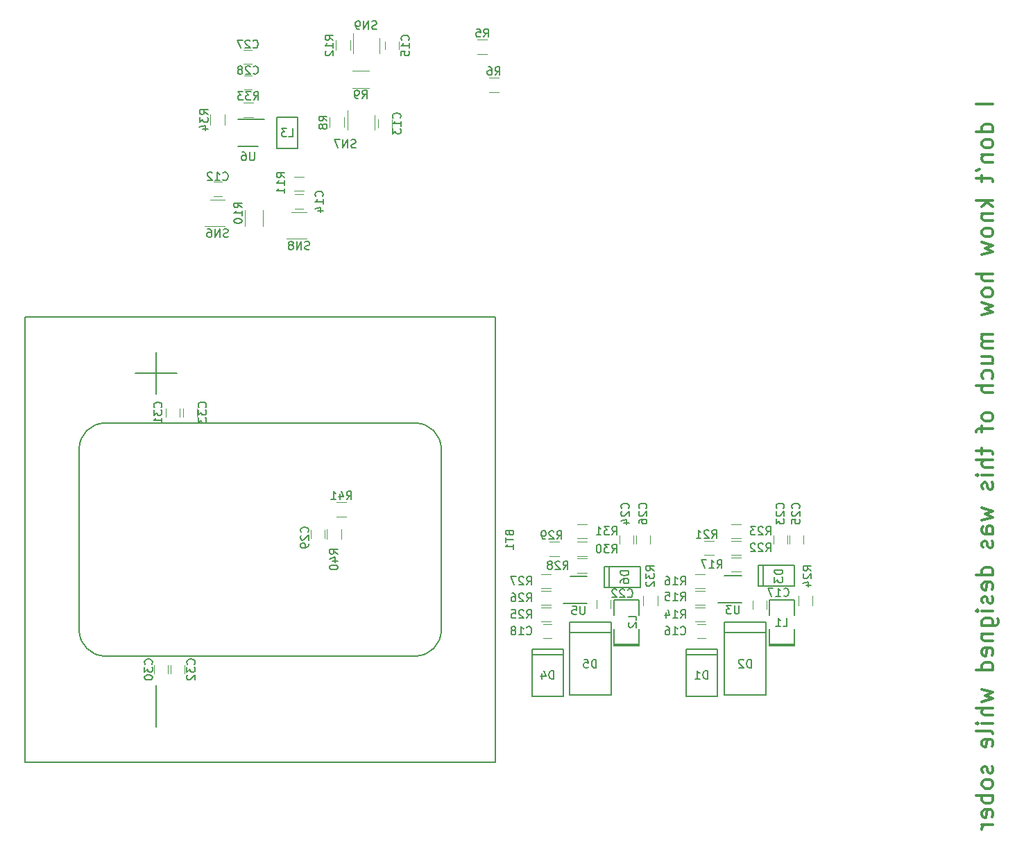
<source format=gbr>
G04 #@! TF.FileFunction,Legend,Bot*
%FSLAX46Y46*%
G04 Gerber Fmt 4.6, Leading zero omitted, Abs format (unit mm)*
G04 Created by KiCad (PCBNEW 4.0.6) date 09/10/17 19:14:27*
%MOMM*%
%LPD*%
G01*
G04 APERTURE LIST*
%ADD10C,0.100000*%
%ADD11C,0.300000*%
%ADD12C,0.150000*%
%ADD13C,0.120000*%
G04 APERTURE END LIST*
D10*
D11*
X132618238Y-72208578D02*
X130586238Y-72208578D01*
X132618238Y-75595244D02*
X130586238Y-75595244D01*
X132521476Y-75595244D02*
X132618238Y-75401720D01*
X132618238Y-75014672D01*
X132521476Y-74821148D01*
X132424714Y-74724387D01*
X132231190Y-74627625D01*
X131650619Y-74627625D01*
X131457095Y-74724387D01*
X131360333Y-74821148D01*
X131263571Y-75014672D01*
X131263571Y-75401720D01*
X131360333Y-75595244D01*
X132618238Y-76853148D02*
X132521476Y-76659624D01*
X132424714Y-76562863D01*
X132231190Y-76466101D01*
X131650619Y-76466101D01*
X131457095Y-76562863D01*
X131360333Y-76659624D01*
X131263571Y-76853148D01*
X131263571Y-77143434D01*
X131360333Y-77336958D01*
X131457095Y-77433720D01*
X131650619Y-77530482D01*
X132231190Y-77530482D01*
X132424714Y-77433720D01*
X132521476Y-77336958D01*
X132618238Y-77143434D01*
X132618238Y-76853148D01*
X131263571Y-78401339D02*
X132618238Y-78401339D01*
X131457095Y-78401339D02*
X131360333Y-78498100D01*
X131263571Y-78691624D01*
X131263571Y-78981910D01*
X131360333Y-79175434D01*
X131553857Y-79272196D01*
X132618238Y-79272196D01*
X130586238Y-80336576D02*
X130973286Y-80143053D01*
X131263571Y-80917148D02*
X131263571Y-81691243D01*
X130586238Y-81207434D02*
X132327952Y-81207434D01*
X132521476Y-81304195D01*
X132618238Y-81497719D01*
X132618238Y-81691243D01*
X132618238Y-83916767D02*
X130586238Y-83916767D01*
X131844143Y-84110290D02*
X132618238Y-84690862D01*
X131263571Y-84690862D02*
X132037667Y-83916767D01*
X131263571Y-85561719D02*
X132618238Y-85561719D01*
X131457095Y-85561719D02*
X131360333Y-85658480D01*
X131263571Y-85852004D01*
X131263571Y-86142290D01*
X131360333Y-86335814D01*
X131553857Y-86432576D01*
X132618238Y-86432576D01*
X132618238Y-87690480D02*
X132521476Y-87496956D01*
X132424714Y-87400195D01*
X132231190Y-87303433D01*
X131650619Y-87303433D01*
X131457095Y-87400195D01*
X131360333Y-87496956D01*
X131263571Y-87690480D01*
X131263571Y-87980766D01*
X131360333Y-88174290D01*
X131457095Y-88271052D01*
X131650619Y-88367814D01*
X132231190Y-88367814D01*
X132424714Y-88271052D01*
X132521476Y-88174290D01*
X132618238Y-87980766D01*
X132618238Y-87690480D01*
X131263571Y-89045147D02*
X132618238Y-89432194D01*
X131650619Y-89819242D01*
X132618238Y-90206290D01*
X131263571Y-90593337D01*
X132618238Y-92915623D02*
X130586238Y-92915623D01*
X132618238Y-93786480D02*
X131553857Y-93786480D01*
X131360333Y-93689718D01*
X131263571Y-93496194D01*
X131263571Y-93205908D01*
X131360333Y-93012384D01*
X131457095Y-92915623D01*
X132618238Y-95044384D02*
X132521476Y-94850860D01*
X132424714Y-94754099D01*
X132231190Y-94657337D01*
X131650619Y-94657337D01*
X131457095Y-94754099D01*
X131360333Y-94850860D01*
X131263571Y-95044384D01*
X131263571Y-95334670D01*
X131360333Y-95528194D01*
X131457095Y-95624956D01*
X131650619Y-95721718D01*
X132231190Y-95721718D01*
X132424714Y-95624956D01*
X132521476Y-95528194D01*
X132618238Y-95334670D01*
X132618238Y-95044384D01*
X131263571Y-96399051D02*
X132618238Y-96786098D01*
X131650619Y-97173146D01*
X132618238Y-97560194D01*
X131263571Y-97947241D01*
X132618238Y-100269527D02*
X131263571Y-100269527D01*
X131457095Y-100269527D02*
X131360333Y-100366288D01*
X131263571Y-100559812D01*
X131263571Y-100850098D01*
X131360333Y-101043622D01*
X131553857Y-101140384D01*
X132618238Y-101140384D01*
X131553857Y-101140384D02*
X131360333Y-101237146D01*
X131263571Y-101430669D01*
X131263571Y-101720955D01*
X131360333Y-101914479D01*
X131553857Y-102011241D01*
X132618238Y-102011241D01*
X131263571Y-103849717D02*
X132618238Y-103849717D01*
X131263571Y-102978860D02*
X132327952Y-102978860D01*
X132521476Y-103075621D01*
X132618238Y-103269145D01*
X132618238Y-103559431D01*
X132521476Y-103752955D01*
X132424714Y-103849717D01*
X132521476Y-105688193D02*
X132618238Y-105494669D01*
X132618238Y-105107621D01*
X132521476Y-104914097D01*
X132424714Y-104817336D01*
X132231190Y-104720574D01*
X131650619Y-104720574D01*
X131457095Y-104817336D01*
X131360333Y-104914097D01*
X131263571Y-105107621D01*
X131263571Y-105494669D01*
X131360333Y-105688193D01*
X132618238Y-106559050D02*
X130586238Y-106559050D01*
X132618238Y-107429907D02*
X131553857Y-107429907D01*
X131360333Y-107333145D01*
X131263571Y-107139621D01*
X131263571Y-106849335D01*
X131360333Y-106655811D01*
X131457095Y-106559050D01*
X132618238Y-110236001D02*
X132521476Y-110042477D01*
X132424714Y-109945716D01*
X132231190Y-109848954D01*
X131650619Y-109848954D01*
X131457095Y-109945716D01*
X131360333Y-110042477D01*
X131263571Y-110236001D01*
X131263571Y-110526287D01*
X131360333Y-110719811D01*
X131457095Y-110816573D01*
X131650619Y-110913335D01*
X132231190Y-110913335D01*
X132424714Y-110816573D01*
X132521476Y-110719811D01*
X132618238Y-110526287D01*
X132618238Y-110236001D01*
X131263571Y-111493906D02*
X131263571Y-112268001D01*
X132618238Y-111784192D02*
X130876524Y-111784192D01*
X130683000Y-111880953D01*
X130586238Y-112074477D01*
X130586238Y-112268001D01*
X131263571Y-114203239D02*
X131263571Y-114977334D01*
X130586238Y-114493525D02*
X132327952Y-114493525D01*
X132521476Y-114590286D01*
X132618238Y-114783810D01*
X132618238Y-114977334D01*
X132618238Y-115654668D02*
X130586238Y-115654668D01*
X132618238Y-116525525D02*
X131553857Y-116525525D01*
X131360333Y-116428763D01*
X131263571Y-116235239D01*
X131263571Y-115944953D01*
X131360333Y-115751429D01*
X131457095Y-115654668D01*
X132618238Y-117493144D02*
X131263571Y-117493144D01*
X130586238Y-117493144D02*
X130683000Y-117396382D01*
X130779762Y-117493144D01*
X130683000Y-117589905D01*
X130586238Y-117493144D01*
X130779762Y-117493144D01*
X132521476Y-118364001D02*
X132618238Y-118557524D01*
X132618238Y-118944572D01*
X132521476Y-119138096D01*
X132327952Y-119234858D01*
X132231190Y-119234858D01*
X132037667Y-119138096D01*
X131940905Y-118944572D01*
X131940905Y-118654286D01*
X131844143Y-118460763D01*
X131650619Y-118364001D01*
X131553857Y-118364001D01*
X131360333Y-118460763D01*
X131263571Y-118654286D01*
X131263571Y-118944572D01*
X131360333Y-119138096D01*
X131263571Y-121460381D02*
X132618238Y-121847428D01*
X131650619Y-122234476D01*
X132618238Y-122621524D01*
X131263571Y-123008571D01*
X132618238Y-124653524D02*
X131553857Y-124653524D01*
X131360333Y-124556762D01*
X131263571Y-124363238D01*
X131263571Y-123976190D01*
X131360333Y-123782667D01*
X132521476Y-124653524D02*
X132618238Y-124460000D01*
X132618238Y-123976190D01*
X132521476Y-123782667D01*
X132327952Y-123685905D01*
X132134429Y-123685905D01*
X131940905Y-123782667D01*
X131844143Y-123976190D01*
X131844143Y-124460000D01*
X131747381Y-124653524D01*
X132521476Y-125524381D02*
X132618238Y-125717904D01*
X132618238Y-126104952D01*
X132521476Y-126298476D01*
X132327952Y-126395238D01*
X132231190Y-126395238D01*
X132037667Y-126298476D01*
X131940905Y-126104952D01*
X131940905Y-125814666D01*
X131844143Y-125621143D01*
X131650619Y-125524381D01*
X131553857Y-125524381D01*
X131360333Y-125621143D01*
X131263571Y-125814666D01*
X131263571Y-126104952D01*
X131360333Y-126298476D01*
X132618238Y-129685142D02*
X130586238Y-129685142D01*
X132521476Y-129685142D02*
X132618238Y-129491618D01*
X132618238Y-129104570D01*
X132521476Y-128911046D01*
X132424714Y-128814285D01*
X132231190Y-128717523D01*
X131650619Y-128717523D01*
X131457095Y-128814285D01*
X131360333Y-128911046D01*
X131263571Y-129104570D01*
X131263571Y-129491618D01*
X131360333Y-129685142D01*
X132521476Y-131426856D02*
X132618238Y-131233332D01*
X132618238Y-130846284D01*
X132521476Y-130652761D01*
X132327952Y-130555999D01*
X131553857Y-130555999D01*
X131360333Y-130652761D01*
X131263571Y-130846284D01*
X131263571Y-131233332D01*
X131360333Y-131426856D01*
X131553857Y-131523618D01*
X131747381Y-131523618D01*
X131940905Y-130555999D01*
X132521476Y-132297713D02*
X132618238Y-132491236D01*
X132618238Y-132878284D01*
X132521476Y-133071808D01*
X132327952Y-133168570D01*
X132231190Y-133168570D01*
X132037667Y-133071808D01*
X131940905Y-132878284D01*
X131940905Y-132587998D01*
X131844143Y-132394475D01*
X131650619Y-132297713D01*
X131553857Y-132297713D01*
X131360333Y-132394475D01*
X131263571Y-132587998D01*
X131263571Y-132878284D01*
X131360333Y-133071808D01*
X132618238Y-134039427D02*
X131263571Y-134039427D01*
X130586238Y-134039427D02*
X130683000Y-133942665D01*
X130779762Y-134039427D01*
X130683000Y-134136188D01*
X130586238Y-134039427D01*
X130779762Y-134039427D01*
X131263571Y-135877903D02*
X132908524Y-135877903D01*
X133102048Y-135781141D01*
X133198810Y-135684379D01*
X133295571Y-135490855D01*
X133295571Y-135200569D01*
X133198810Y-135007046D01*
X132521476Y-135877903D02*
X132618238Y-135684379D01*
X132618238Y-135297331D01*
X132521476Y-135103807D01*
X132424714Y-135007046D01*
X132231190Y-134910284D01*
X131650619Y-134910284D01*
X131457095Y-135007046D01*
X131360333Y-135103807D01*
X131263571Y-135297331D01*
X131263571Y-135684379D01*
X131360333Y-135877903D01*
X131263571Y-136845522D02*
X132618238Y-136845522D01*
X131457095Y-136845522D02*
X131360333Y-136942283D01*
X131263571Y-137135807D01*
X131263571Y-137426093D01*
X131360333Y-137619617D01*
X131553857Y-137716379D01*
X132618238Y-137716379D01*
X132521476Y-139458093D02*
X132618238Y-139264569D01*
X132618238Y-138877521D01*
X132521476Y-138683998D01*
X132327952Y-138587236D01*
X131553857Y-138587236D01*
X131360333Y-138683998D01*
X131263571Y-138877521D01*
X131263571Y-139264569D01*
X131360333Y-139458093D01*
X131553857Y-139554855D01*
X131747381Y-139554855D01*
X131940905Y-138587236D01*
X132618238Y-141296569D02*
X130586238Y-141296569D01*
X132521476Y-141296569D02*
X132618238Y-141103045D01*
X132618238Y-140715997D01*
X132521476Y-140522473D01*
X132424714Y-140425712D01*
X132231190Y-140328950D01*
X131650619Y-140328950D01*
X131457095Y-140425712D01*
X131360333Y-140522473D01*
X131263571Y-140715997D01*
X131263571Y-141103045D01*
X131360333Y-141296569D01*
X131263571Y-143618854D02*
X132618238Y-144005901D01*
X131650619Y-144392949D01*
X132618238Y-144779997D01*
X131263571Y-145167044D01*
X132618238Y-145941140D02*
X130586238Y-145941140D01*
X132618238Y-146811997D02*
X131553857Y-146811997D01*
X131360333Y-146715235D01*
X131263571Y-146521711D01*
X131263571Y-146231425D01*
X131360333Y-146037901D01*
X131457095Y-145941140D01*
X132618238Y-147779616D02*
X131263571Y-147779616D01*
X130586238Y-147779616D02*
X130683000Y-147682854D01*
X130779762Y-147779616D01*
X130683000Y-147876377D01*
X130586238Y-147779616D01*
X130779762Y-147779616D01*
X132618238Y-149037520D02*
X132521476Y-148843996D01*
X132327952Y-148747235D01*
X130586238Y-148747235D01*
X132521476Y-150585711D02*
X132618238Y-150392187D01*
X132618238Y-150005139D01*
X132521476Y-149811616D01*
X132327952Y-149714854D01*
X131553857Y-149714854D01*
X131360333Y-149811616D01*
X131263571Y-150005139D01*
X131263571Y-150392187D01*
X131360333Y-150585711D01*
X131553857Y-150682473D01*
X131747381Y-150682473D01*
X131940905Y-149714854D01*
X132521476Y-153004758D02*
X132618238Y-153198281D01*
X132618238Y-153585329D01*
X132521476Y-153778853D01*
X132327952Y-153875615D01*
X132231190Y-153875615D01*
X132037667Y-153778853D01*
X131940905Y-153585329D01*
X131940905Y-153295043D01*
X131844143Y-153101520D01*
X131650619Y-153004758D01*
X131553857Y-153004758D01*
X131360333Y-153101520D01*
X131263571Y-153295043D01*
X131263571Y-153585329D01*
X131360333Y-153778853D01*
X132618238Y-155036757D02*
X132521476Y-154843233D01*
X132424714Y-154746472D01*
X132231190Y-154649710D01*
X131650619Y-154649710D01*
X131457095Y-154746472D01*
X131360333Y-154843233D01*
X131263571Y-155036757D01*
X131263571Y-155327043D01*
X131360333Y-155520567D01*
X131457095Y-155617329D01*
X131650619Y-155714091D01*
X132231190Y-155714091D01*
X132424714Y-155617329D01*
X132521476Y-155520567D01*
X132618238Y-155327043D01*
X132618238Y-155036757D01*
X132618238Y-156584948D02*
X130586238Y-156584948D01*
X131360333Y-156584948D02*
X131263571Y-156778471D01*
X131263571Y-157165519D01*
X131360333Y-157359043D01*
X131457095Y-157455805D01*
X131650619Y-157552567D01*
X132231190Y-157552567D01*
X132424714Y-157455805D01*
X132521476Y-157359043D01*
X132618238Y-157165519D01*
X132618238Y-156778471D01*
X132521476Y-156584948D01*
X132521476Y-159197519D02*
X132618238Y-159003995D01*
X132618238Y-158616947D01*
X132521476Y-158423424D01*
X132327952Y-158326662D01*
X131553857Y-158326662D01*
X131360333Y-158423424D01*
X131263571Y-158616947D01*
X131263571Y-159003995D01*
X131360333Y-159197519D01*
X131553857Y-159294281D01*
X131747381Y-159294281D01*
X131940905Y-158326662D01*
X132618238Y-160165138D02*
X131263571Y-160165138D01*
X131650619Y-160165138D02*
X131457095Y-160261899D01*
X131360333Y-160358661D01*
X131263571Y-160552185D01*
X131263571Y-160745709D01*
D12*
X30480000Y-143129000D02*
X30480000Y-148209000D01*
X27940000Y-105029000D02*
X33020000Y-105029000D01*
X30480000Y-107569000D02*
X30480000Y-105029000D01*
X30480000Y-102489000D02*
X30480000Y-107569000D01*
X62103000Y-111125000D02*
X24257000Y-111125000D01*
X65278000Y-136398000D02*
X65278000Y-114300000D01*
X24257000Y-139573000D02*
X62103000Y-139573000D01*
X21082000Y-114300000D02*
X21082000Y-136398000D01*
X62103000Y-111125000D02*
G75*
G02X65278000Y-114300000I0J-3175000D01*
G01*
X65278000Y-136398000D02*
G75*
G02X62103000Y-139573000I-3175000J0D01*
G01*
X24257000Y-139573000D02*
G75*
G02X21082000Y-136398000I0J3175000D01*
G01*
X21082000Y-114300000D02*
G75*
G02X24257000Y-111125000I3175000J0D01*
G01*
X14478000Y-98171000D02*
X14478000Y-152527000D01*
X14478000Y-152527000D02*
X71882000Y-152527000D01*
X71882000Y-152527000D02*
X71882000Y-98171000D01*
X71882000Y-98171000D02*
X14478000Y-98171000D01*
D13*
X37489000Y-81706108D02*
X38489000Y-81706108D01*
X38489000Y-83406108D02*
X37489000Y-83406108D01*
X59231388Y-74041820D02*
X59231388Y-75041820D01*
X57531388Y-75041820D02*
X57531388Y-74041820D01*
X47395000Y-83230108D02*
X48395000Y-83230108D01*
X48395000Y-84930108D02*
X47395000Y-84930108D01*
X60120388Y-64532820D02*
X60120388Y-65532820D01*
X58420388Y-65532820D02*
X58420388Y-64532820D01*
X96512000Y-135675000D02*
X97512000Y-135675000D01*
X97512000Y-137375000D02*
X96512000Y-137375000D01*
X103290000Y-133834000D02*
X103290000Y-132834000D01*
X104990000Y-132834000D02*
X104990000Y-133834000D01*
X77716000Y-135675000D02*
X78716000Y-135675000D01*
X78716000Y-137375000D02*
X77716000Y-137375000D01*
X84240000Y-133739000D02*
X84240000Y-132739000D01*
X85940000Y-132739000D02*
X85940000Y-133739000D01*
X107530000Y-124833000D02*
X107530000Y-125833000D01*
X105830000Y-125833000D02*
X105830000Y-124833000D01*
X88734000Y-124865000D02*
X88734000Y-125865000D01*
X87034000Y-125865000D02*
X87034000Y-124865000D01*
X109435000Y-124833000D02*
X109435000Y-125833000D01*
X107735000Y-125833000D02*
X107735000Y-124833000D01*
X90766000Y-124865000D02*
X90766000Y-125865000D01*
X89066000Y-125865000D02*
X89066000Y-124865000D01*
X41164833Y-65554513D02*
X42164833Y-65554513D01*
X42164833Y-67254513D02*
X41164833Y-67254513D01*
X41196833Y-68729513D02*
X42196833Y-68729513D01*
X42196833Y-70429513D02*
X41196833Y-70429513D01*
X51015000Y-124198000D02*
X51015000Y-125198000D01*
X49315000Y-125198000D02*
X49315000Y-124198000D01*
X30239296Y-141708000D02*
X30239296Y-140708000D01*
X31939296Y-140708000D02*
X31939296Y-141708000D01*
X33362000Y-109371000D02*
X33362000Y-110371000D01*
X31662000Y-110371000D02*
X31662000Y-109371000D01*
X32271296Y-141708000D02*
X32271296Y-140708000D01*
X33971296Y-140708000D02*
X33971296Y-141708000D01*
X35503000Y-109344999D02*
X35503000Y-110344999D01*
X33803000Y-110344999D02*
X33803000Y-109344999D01*
D12*
X95123000Y-139370000D02*
X95123000Y-138735000D01*
X95123000Y-138735000D02*
X98933000Y-138735000D01*
X98933000Y-138735000D02*
X98933000Y-139370000D01*
X95123000Y-140005000D02*
X95123000Y-139370000D01*
X95123000Y-139370000D02*
X98933000Y-139370000D01*
X95123000Y-144450000D02*
X98933000Y-144450000D01*
X98933000Y-144450000D02*
X98933000Y-139370000D01*
X95123000Y-139370000D02*
X95123000Y-144450000D01*
X99822000Y-136727000D02*
X99822000Y-135457000D01*
X99822000Y-135457000D02*
X104902000Y-135457000D01*
X104902000Y-135457000D02*
X104902000Y-136727000D01*
X99822000Y-136727000D02*
X104902000Y-136727000D01*
X104902000Y-136727000D02*
X104902000Y-144347000D01*
X104902000Y-144347000D02*
X99822000Y-144347000D01*
X99822000Y-144347000D02*
X99822000Y-136727000D01*
X104589000Y-131064000D02*
X104589000Y-128524000D01*
X108399000Y-131064000D02*
X108399000Y-128524000D01*
X108399000Y-128524000D02*
X103954000Y-128524000D01*
X103954000Y-128524000D02*
X103954000Y-131064000D01*
X103954000Y-131064000D02*
X108399000Y-131064000D01*
X76327000Y-139370000D02*
X76327000Y-138735000D01*
X76327000Y-138735000D02*
X80137000Y-138735000D01*
X80137000Y-138735000D02*
X80137000Y-139370000D01*
X76327000Y-140005000D02*
X76327000Y-139370000D01*
X76327000Y-139370000D02*
X80137000Y-139370000D01*
X76327000Y-144450000D02*
X80137000Y-144450000D01*
X80137000Y-144450000D02*
X80137000Y-139370000D01*
X76327000Y-139370000D02*
X76327000Y-144450000D01*
X80899000Y-136727000D02*
X80899000Y-135457000D01*
X80899000Y-135457000D02*
X85979000Y-135457000D01*
X85979000Y-135457000D02*
X85979000Y-136727000D01*
X80899000Y-136727000D02*
X85979000Y-136727000D01*
X85979000Y-136727000D02*
X85979000Y-144347000D01*
X85979000Y-144347000D02*
X80899000Y-144347000D01*
X80899000Y-144347000D02*
X80899000Y-136727000D01*
X85793000Y-131191000D02*
X85793000Y-128651000D01*
X89603000Y-131191000D02*
X89603000Y-128651000D01*
X89603000Y-128651000D02*
X85158000Y-128651000D01*
X85158000Y-128651000D02*
X85158000Y-131191000D01*
X85158000Y-131191000D02*
X89603000Y-131191000D01*
X108331000Y-138303000D02*
X105283000Y-138303000D01*
X105283000Y-134620000D02*
X105283000Y-132715000D01*
X105283000Y-132715000D02*
X108331000Y-132715000D01*
X108331000Y-132715000D02*
X108331000Y-134620000D01*
X108331000Y-136271000D02*
X108331000Y-138303000D01*
X108331000Y-138103000D02*
X105283000Y-138103000D01*
X105283000Y-138303000D02*
X105283000Y-136271000D01*
X89408000Y-138303000D02*
X86360000Y-138303000D01*
X86360000Y-134620000D02*
X86360000Y-132715000D01*
X86360000Y-132715000D02*
X89408000Y-132715000D01*
X89408000Y-132715000D02*
X89408000Y-134620000D01*
X89408000Y-136271000D02*
X89408000Y-138303000D01*
X89408000Y-138103000D02*
X86360000Y-138103000D01*
X86360000Y-138303000D02*
X86360000Y-136271000D01*
X47776833Y-73790513D02*
X45236833Y-73790513D01*
X45236833Y-73790513D02*
X45236833Y-77600513D01*
X45236833Y-77600513D02*
X47776833Y-77600513D01*
X47776833Y-77600513D02*
X47776833Y-73790513D01*
D13*
X69692000Y-66089538D02*
X70892000Y-66089538D01*
X70892000Y-64329538D02*
X69692000Y-64329538D01*
X71089000Y-70730000D02*
X72289000Y-70730000D01*
X72289000Y-68970000D02*
X71089000Y-68970000D01*
X53419388Y-75014820D02*
X53419388Y-73814820D01*
X51659388Y-73814820D02*
X51659388Y-75014820D01*
X56460388Y-68137820D02*
X54460388Y-68137820D01*
X54460388Y-70277820D02*
X56460388Y-70277820D01*
X41348000Y-85112108D02*
X41348000Y-87112108D01*
X43488000Y-87112108D02*
X43488000Y-85112108D01*
X48545000Y-81041108D02*
X47345000Y-81041108D01*
X47345000Y-82801108D02*
X48545000Y-82801108D01*
X54181388Y-65616820D02*
X54181388Y-64416820D01*
X52421388Y-64416820D02*
X52421388Y-65616820D01*
X96240000Y-135373000D02*
X97440000Y-135373000D01*
X97440000Y-133613000D02*
X96240000Y-133613000D01*
X97435000Y-131581000D02*
X96235000Y-131581000D01*
X96235000Y-133341000D02*
X97435000Y-133341000D01*
X96235000Y-131309000D02*
X97435000Y-131309000D01*
X97435000Y-129549000D02*
X96235000Y-129549000D01*
X101880000Y-127517000D02*
X100680000Y-127517000D01*
X100680000Y-129277000D02*
X101880000Y-129277000D01*
X98583000Y-125485000D02*
X97383000Y-125485000D01*
X97383000Y-127245000D02*
X98583000Y-127245000D01*
X100685000Y-127245000D02*
X101885000Y-127245000D01*
X101885000Y-125485000D02*
X100685000Y-125485000D01*
X100685000Y-125213000D02*
X101885000Y-125213000D01*
X101885000Y-123453000D02*
X100685000Y-123453000D01*
X110608000Y-133381000D02*
X110608000Y-132181000D01*
X108848000Y-132181000D02*
X108848000Y-133381000D01*
X77444000Y-135373000D02*
X78644000Y-135373000D01*
X78644000Y-133613000D02*
X77444000Y-133613000D01*
X78639000Y-131581000D02*
X77439000Y-131581000D01*
X77439000Y-133341000D02*
X78639000Y-133341000D01*
X77439000Y-131309000D02*
X78639000Y-131309000D01*
X78639000Y-129549000D02*
X77439000Y-129549000D01*
X83084000Y-127644000D02*
X81884000Y-127644000D01*
X81884000Y-129404000D02*
X83084000Y-129404000D01*
X79660000Y-125612000D02*
X78460000Y-125612000D01*
X78460000Y-127372000D02*
X79660000Y-127372000D01*
X81889000Y-127372000D02*
X83089000Y-127372000D01*
X83089000Y-125612000D02*
X81889000Y-125612000D01*
X81889000Y-125213000D02*
X83089000Y-125213000D01*
X83089000Y-123453000D02*
X81889000Y-123453000D01*
X91685000Y-133376000D02*
X91685000Y-132176000D01*
X89925000Y-132176000D02*
X89925000Y-133376000D01*
X41141833Y-73761513D02*
X42341833Y-73761513D01*
X42341833Y-72001513D02*
X41141833Y-72001513D01*
X38877833Y-74690513D02*
X38877833Y-73490513D01*
X37117833Y-73490513D02*
X37117833Y-74690513D01*
X53077000Y-125248000D02*
X53077000Y-124048000D01*
X51317000Y-124048000D02*
X51317000Y-125248000D01*
X53686000Y-120786000D02*
X52486000Y-120786000D01*
X52486000Y-122546000D02*
X53686000Y-122546000D01*
X37073000Y-83867108D02*
X38873000Y-83867108D01*
X38873000Y-87087108D02*
X36423000Y-87087108D01*
X57106388Y-73557820D02*
X57106388Y-75357820D01*
X53886388Y-75357820D02*
X53886388Y-72907820D01*
X47022000Y-85391108D02*
X48822000Y-85391108D01*
X48822000Y-88611108D02*
X46372000Y-88611108D01*
X57751388Y-64169867D02*
X57751388Y-65969867D01*
X54531388Y-65969867D02*
X54531388Y-63519867D01*
D12*
X99822000Y-129780000D02*
X101922000Y-129780000D01*
X99047000Y-133030000D02*
X101922000Y-133030000D01*
X80992000Y-129860000D02*
X83092000Y-129860000D01*
X80217000Y-133110000D02*
X83092000Y-133110000D01*
X42931833Y-77341513D02*
X40481833Y-77341513D01*
X43656833Y-74041513D02*
X40481833Y-74041513D01*
X73588571Y-124563286D02*
X73636190Y-124706143D01*
X73683810Y-124753762D01*
X73779048Y-124801381D01*
X73921905Y-124801381D01*
X74017143Y-124753762D01*
X74064762Y-124706143D01*
X74112381Y-124610905D01*
X74112381Y-124229952D01*
X73112381Y-124229952D01*
X73112381Y-124563286D01*
X73160000Y-124658524D01*
X73207619Y-124706143D01*
X73302857Y-124753762D01*
X73398095Y-124753762D01*
X73493333Y-124706143D01*
X73540952Y-124658524D01*
X73588571Y-124563286D01*
X73588571Y-124229952D01*
X73112381Y-125087095D02*
X73112381Y-125658524D01*
X74112381Y-125372809D02*
X73112381Y-125372809D01*
X74112381Y-126515667D02*
X74112381Y-125944238D01*
X74112381Y-126229952D02*
X73112381Y-126229952D01*
X73255238Y-126134714D01*
X73350476Y-126039476D01*
X73398095Y-125944238D01*
X38631857Y-81413251D02*
X38679476Y-81460870D01*
X38822333Y-81508489D01*
X38917571Y-81508489D01*
X39060429Y-81460870D01*
X39155667Y-81365632D01*
X39203286Y-81270394D01*
X39250905Y-81079918D01*
X39250905Y-80937060D01*
X39203286Y-80746584D01*
X39155667Y-80651346D01*
X39060429Y-80556108D01*
X38917571Y-80508489D01*
X38822333Y-80508489D01*
X38679476Y-80556108D01*
X38631857Y-80603727D01*
X37679476Y-81508489D02*
X38250905Y-81508489D01*
X37965191Y-81508489D02*
X37965191Y-80508489D01*
X38060429Y-80651346D01*
X38155667Y-80746584D01*
X38250905Y-80794203D01*
X37298524Y-80603727D02*
X37250905Y-80556108D01*
X37155667Y-80508489D01*
X36917571Y-80508489D01*
X36822333Y-80556108D01*
X36774714Y-80603727D01*
X36727095Y-80698965D01*
X36727095Y-80794203D01*
X36774714Y-80937060D01*
X37346143Y-81508489D01*
X36727095Y-81508489D01*
X60238531Y-73898963D02*
X60286150Y-73851344D01*
X60333769Y-73708487D01*
X60333769Y-73613249D01*
X60286150Y-73470391D01*
X60190912Y-73375153D01*
X60095674Y-73327534D01*
X59905198Y-73279915D01*
X59762340Y-73279915D01*
X59571864Y-73327534D01*
X59476626Y-73375153D01*
X59381388Y-73470391D01*
X59333769Y-73613249D01*
X59333769Y-73708487D01*
X59381388Y-73851344D01*
X59429007Y-73898963D01*
X60333769Y-74851344D02*
X60333769Y-74279915D01*
X60333769Y-74565629D02*
X59333769Y-74565629D01*
X59476626Y-74470391D01*
X59571864Y-74375153D01*
X59619483Y-74279915D01*
X59333769Y-75184677D02*
X59333769Y-75803725D01*
X59714721Y-75470391D01*
X59714721Y-75613249D01*
X59762340Y-75708487D01*
X59809959Y-75756106D01*
X59905198Y-75803725D01*
X60143293Y-75803725D01*
X60238531Y-75756106D01*
X60286150Y-75708487D01*
X60333769Y-75613249D01*
X60333769Y-75327534D01*
X60286150Y-75232296D01*
X60238531Y-75184677D01*
X50776143Y-83437251D02*
X50823762Y-83389632D01*
X50871381Y-83246775D01*
X50871381Y-83151537D01*
X50823762Y-83008679D01*
X50728524Y-82913441D01*
X50633286Y-82865822D01*
X50442810Y-82818203D01*
X50299952Y-82818203D01*
X50109476Y-82865822D01*
X50014238Y-82913441D01*
X49919000Y-83008679D01*
X49871381Y-83151537D01*
X49871381Y-83246775D01*
X49919000Y-83389632D01*
X49966619Y-83437251D01*
X50871381Y-84389632D02*
X50871381Y-83818203D01*
X50871381Y-84103917D02*
X49871381Y-84103917D01*
X50014238Y-84008679D01*
X50109476Y-83913441D01*
X50157095Y-83818203D01*
X50204714Y-85246775D02*
X50871381Y-85246775D01*
X49823762Y-85008679D02*
X50538048Y-84770584D01*
X50538048Y-85389632D01*
X61278531Y-64389963D02*
X61326150Y-64342344D01*
X61373769Y-64199487D01*
X61373769Y-64104249D01*
X61326150Y-63961391D01*
X61230912Y-63866153D01*
X61135674Y-63818534D01*
X60945198Y-63770915D01*
X60802340Y-63770915D01*
X60611864Y-63818534D01*
X60516626Y-63866153D01*
X60421388Y-63961391D01*
X60373769Y-64104249D01*
X60373769Y-64199487D01*
X60421388Y-64342344D01*
X60469007Y-64389963D01*
X61373769Y-65342344D02*
X61373769Y-64770915D01*
X61373769Y-65056629D02*
X60373769Y-65056629D01*
X60516626Y-64961391D01*
X60611864Y-64866153D01*
X60659483Y-64770915D01*
X60373769Y-66247106D02*
X60373769Y-65770915D01*
X60849959Y-65723296D01*
X60802340Y-65770915D01*
X60754721Y-65866153D01*
X60754721Y-66104249D01*
X60802340Y-66199487D01*
X60849959Y-66247106D01*
X60945198Y-66294725D01*
X61183293Y-66294725D01*
X61278531Y-66247106D01*
X61326150Y-66199487D01*
X61373769Y-66104249D01*
X61373769Y-65866153D01*
X61326150Y-65770915D01*
X61278531Y-65723296D01*
X94495857Y-136882143D02*
X94543476Y-136929762D01*
X94686333Y-136977381D01*
X94781571Y-136977381D01*
X94924429Y-136929762D01*
X95019667Y-136834524D01*
X95067286Y-136739286D01*
X95114905Y-136548810D01*
X95114905Y-136405952D01*
X95067286Y-136215476D01*
X95019667Y-136120238D01*
X94924429Y-136025000D01*
X94781571Y-135977381D01*
X94686333Y-135977381D01*
X94543476Y-136025000D01*
X94495857Y-136072619D01*
X93543476Y-136977381D02*
X94114905Y-136977381D01*
X93829191Y-136977381D02*
X93829191Y-135977381D01*
X93924429Y-136120238D01*
X94019667Y-136215476D01*
X94114905Y-136263095D01*
X92686333Y-135977381D02*
X92876810Y-135977381D01*
X92972048Y-136025000D01*
X93019667Y-136072619D01*
X93114905Y-136215476D01*
X93162524Y-136405952D01*
X93162524Y-136786905D01*
X93114905Y-136882143D01*
X93067286Y-136929762D01*
X92972048Y-136977381D01*
X92781571Y-136977381D01*
X92686333Y-136929762D01*
X92638714Y-136882143D01*
X92591095Y-136786905D01*
X92591095Y-136548810D01*
X92638714Y-136453571D01*
X92686333Y-136405952D01*
X92781571Y-136358333D01*
X92972048Y-136358333D01*
X93067286Y-136405952D01*
X93114905Y-136453571D01*
X93162524Y-136548810D01*
X107068857Y-132183143D02*
X107116476Y-132230762D01*
X107259333Y-132278381D01*
X107354571Y-132278381D01*
X107497429Y-132230762D01*
X107592667Y-132135524D01*
X107640286Y-132040286D01*
X107687905Y-131849810D01*
X107687905Y-131706952D01*
X107640286Y-131516476D01*
X107592667Y-131421238D01*
X107497429Y-131326000D01*
X107354571Y-131278381D01*
X107259333Y-131278381D01*
X107116476Y-131326000D01*
X107068857Y-131373619D01*
X106116476Y-132278381D02*
X106687905Y-132278381D01*
X106402191Y-132278381D02*
X106402191Y-131278381D01*
X106497429Y-131421238D01*
X106592667Y-131516476D01*
X106687905Y-131564095D01*
X105783143Y-131278381D02*
X105116476Y-131278381D01*
X105545048Y-132278381D01*
X75699857Y-136882143D02*
X75747476Y-136929762D01*
X75890333Y-136977381D01*
X75985571Y-136977381D01*
X76128429Y-136929762D01*
X76223667Y-136834524D01*
X76271286Y-136739286D01*
X76318905Y-136548810D01*
X76318905Y-136405952D01*
X76271286Y-136215476D01*
X76223667Y-136120238D01*
X76128429Y-136025000D01*
X75985571Y-135977381D01*
X75890333Y-135977381D01*
X75747476Y-136025000D01*
X75699857Y-136072619D01*
X74747476Y-136977381D02*
X75318905Y-136977381D01*
X75033191Y-136977381D02*
X75033191Y-135977381D01*
X75128429Y-136120238D01*
X75223667Y-136215476D01*
X75318905Y-136263095D01*
X74176048Y-136405952D02*
X74271286Y-136358333D01*
X74318905Y-136310714D01*
X74366524Y-136215476D01*
X74366524Y-136167857D01*
X74318905Y-136072619D01*
X74271286Y-136025000D01*
X74176048Y-135977381D01*
X73985571Y-135977381D01*
X73890333Y-136025000D01*
X73842714Y-136072619D01*
X73795095Y-136167857D01*
X73795095Y-136215476D01*
X73842714Y-136310714D01*
X73890333Y-136358333D01*
X73985571Y-136405952D01*
X74176048Y-136405952D01*
X74271286Y-136453571D01*
X74318905Y-136501190D01*
X74366524Y-136596429D01*
X74366524Y-136786905D01*
X74318905Y-136882143D01*
X74271286Y-136929762D01*
X74176048Y-136977381D01*
X73985571Y-136977381D01*
X73890333Y-136929762D01*
X73842714Y-136882143D01*
X73795095Y-136786905D01*
X73795095Y-136596429D01*
X73842714Y-136501190D01*
X73890333Y-136453571D01*
X73985571Y-136405952D01*
X88018857Y-132310143D02*
X88066476Y-132357762D01*
X88209333Y-132405381D01*
X88304571Y-132405381D01*
X88447429Y-132357762D01*
X88542667Y-132262524D01*
X88590286Y-132167286D01*
X88637905Y-131976810D01*
X88637905Y-131833952D01*
X88590286Y-131643476D01*
X88542667Y-131548238D01*
X88447429Y-131453000D01*
X88304571Y-131405381D01*
X88209333Y-131405381D01*
X88066476Y-131453000D01*
X88018857Y-131500619D01*
X87637905Y-131500619D02*
X87590286Y-131453000D01*
X87495048Y-131405381D01*
X87256952Y-131405381D01*
X87161714Y-131453000D01*
X87114095Y-131500619D01*
X87066476Y-131595857D01*
X87066476Y-131691095D01*
X87114095Y-131833952D01*
X87685524Y-132405381D01*
X87066476Y-132405381D01*
X86685524Y-131500619D02*
X86637905Y-131453000D01*
X86542667Y-131405381D01*
X86304571Y-131405381D01*
X86209333Y-131453000D01*
X86161714Y-131500619D01*
X86114095Y-131595857D01*
X86114095Y-131691095D01*
X86161714Y-131833952D01*
X86733143Y-132405381D01*
X86114095Y-132405381D01*
X107037143Y-121531143D02*
X107084762Y-121483524D01*
X107132381Y-121340667D01*
X107132381Y-121245429D01*
X107084762Y-121102571D01*
X106989524Y-121007333D01*
X106894286Y-120959714D01*
X106703810Y-120912095D01*
X106560952Y-120912095D01*
X106370476Y-120959714D01*
X106275238Y-121007333D01*
X106180000Y-121102571D01*
X106132381Y-121245429D01*
X106132381Y-121340667D01*
X106180000Y-121483524D01*
X106227619Y-121531143D01*
X106227619Y-121912095D02*
X106180000Y-121959714D01*
X106132381Y-122054952D01*
X106132381Y-122293048D01*
X106180000Y-122388286D01*
X106227619Y-122435905D01*
X106322857Y-122483524D01*
X106418095Y-122483524D01*
X106560952Y-122435905D01*
X107132381Y-121864476D01*
X107132381Y-122483524D01*
X106132381Y-122816857D02*
X106132381Y-123435905D01*
X106513333Y-123102571D01*
X106513333Y-123245429D01*
X106560952Y-123340667D01*
X106608571Y-123388286D01*
X106703810Y-123435905D01*
X106941905Y-123435905D01*
X107037143Y-123388286D01*
X107084762Y-123340667D01*
X107132381Y-123245429D01*
X107132381Y-122959714D01*
X107084762Y-122864476D01*
X107037143Y-122816857D01*
X88114143Y-121531143D02*
X88161762Y-121483524D01*
X88209381Y-121340667D01*
X88209381Y-121245429D01*
X88161762Y-121102571D01*
X88066524Y-121007333D01*
X87971286Y-120959714D01*
X87780810Y-120912095D01*
X87637952Y-120912095D01*
X87447476Y-120959714D01*
X87352238Y-121007333D01*
X87257000Y-121102571D01*
X87209381Y-121245429D01*
X87209381Y-121340667D01*
X87257000Y-121483524D01*
X87304619Y-121531143D01*
X87304619Y-121912095D02*
X87257000Y-121959714D01*
X87209381Y-122054952D01*
X87209381Y-122293048D01*
X87257000Y-122388286D01*
X87304619Y-122435905D01*
X87399857Y-122483524D01*
X87495095Y-122483524D01*
X87637952Y-122435905D01*
X88209381Y-121864476D01*
X88209381Y-122483524D01*
X87542714Y-123340667D02*
X88209381Y-123340667D01*
X87161762Y-123102571D02*
X87876048Y-122864476D01*
X87876048Y-123483524D01*
X108942143Y-121531143D02*
X108989762Y-121483524D01*
X109037381Y-121340667D01*
X109037381Y-121245429D01*
X108989762Y-121102571D01*
X108894524Y-121007333D01*
X108799286Y-120959714D01*
X108608810Y-120912095D01*
X108465952Y-120912095D01*
X108275476Y-120959714D01*
X108180238Y-121007333D01*
X108085000Y-121102571D01*
X108037381Y-121245429D01*
X108037381Y-121340667D01*
X108085000Y-121483524D01*
X108132619Y-121531143D01*
X108132619Y-121912095D02*
X108085000Y-121959714D01*
X108037381Y-122054952D01*
X108037381Y-122293048D01*
X108085000Y-122388286D01*
X108132619Y-122435905D01*
X108227857Y-122483524D01*
X108323095Y-122483524D01*
X108465952Y-122435905D01*
X109037381Y-121864476D01*
X109037381Y-122483524D01*
X108037381Y-123388286D02*
X108037381Y-122912095D01*
X108513571Y-122864476D01*
X108465952Y-122912095D01*
X108418333Y-123007333D01*
X108418333Y-123245429D01*
X108465952Y-123340667D01*
X108513571Y-123388286D01*
X108608810Y-123435905D01*
X108846905Y-123435905D01*
X108942143Y-123388286D01*
X108989762Y-123340667D01*
X109037381Y-123245429D01*
X109037381Y-123007333D01*
X108989762Y-122912095D01*
X108942143Y-122864476D01*
X90273143Y-121531143D02*
X90320762Y-121483524D01*
X90368381Y-121340667D01*
X90368381Y-121245429D01*
X90320762Y-121102571D01*
X90225524Y-121007333D01*
X90130286Y-120959714D01*
X89939810Y-120912095D01*
X89796952Y-120912095D01*
X89606476Y-120959714D01*
X89511238Y-121007333D01*
X89416000Y-121102571D01*
X89368381Y-121245429D01*
X89368381Y-121340667D01*
X89416000Y-121483524D01*
X89463619Y-121531143D01*
X89463619Y-121912095D02*
X89416000Y-121959714D01*
X89368381Y-122054952D01*
X89368381Y-122293048D01*
X89416000Y-122388286D01*
X89463619Y-122435905D01*
X89558857Y-122483524D01*
X89654095Y-122483524D01*
X89796952Y-122435905D01*
X90368381Y-121864476D01*
X90368381Y-122483524D01*
X89368381Y-123340667D02*
X89368381Y-123150190D01*
X89416000Y-123054952D01*
X89463619Y-123007333D01*
X89606476Y-122912095D01*
X89796952Y-122864476D01*
X90177905Y-122864476D01*
X90273143Y-122912095D01*
X90320762Y-122959714D01*
X90368381Y-123054952D01*
X90368381Y-123245429D01*
X90320762Y-123340667D01*
X90273143Y-123388286D01*
X90177905Y-123435905D01*
X89939810Y-123435905D01*
X89844571Y-123388286D01*
X89796952Y-123340667D01*
X89749333Y-123245429D01*
X89749333Y-123054952D01*
X89796952Y-122959714D01*
X89844571Y-122912095D01*
X89939810Y-122864476D01*
X42307690Y-65261656D02*
X42355309Y-65309275D01*
X42498166Y-65356894D01*
X42593404Y-65356894D01*
X42736262Y-65309275D01*
X42831500Y-65214037D01*
X42879119Y-65118799D01*
X42926738Y-64928323D01*
X42926738Y-64785465D01*
X42879119Y-64594989D01*
X42831500Y-64499751D01*
X42736262Y-64404513D01*
X42593404Y-64356894D01*
X42498166Y-64356894D01*
X42355309Y-64404513D01*
X42307690Y-64452132D01*
X41926738Y-64452132D02*
X41879119Y-64404513D01*
X41783881Y-64356894D01*
X41545785Y-64356894D01*
X41450547Y-64404513D01*
X41402928Y-64452132D01*
X41355309Y-64547370D01*
X41355309Y-64642608D01*
X41402928Y-64785465D01*
X41974357Y-65356894D01*
X41355309Y-65356894D01*
X41021976Y-64356894D02*
X40355309Y-64356894D01*
X40783881Y-65356894D01*
X42339690Y-68436656D02*
X42387309Y-68484275D01*
X42530166Y-68531894D01*
X42625404Y-68531894D01*
X42768262Y-68484275D01*
X42863500Y-68389037D01*
X42911119Y-68293799D01*
X42958738Y-68103323D01*
X42958738Y-67960465D01*
X42911119Y-67769989D01*
X42863500Y-67674751D01*
X42768262Y-67579513D01*
X42625404Y-67531894D01*
X42530166Y-67531894D01*
X42387309Y-67579513D01*
X42339690Y-67627132D01*
X41958738Y-67627132D02*
X41911119Y-67579513D01*
X41815881Y-67531894D01*
X41577785Y-67531894D01*
X41482547Y-67579513D01*
X41434928Y-67627132D01*
X41387309Y-67722370D01*
X41387309Y-67817608D01*
X41434928Y-67960465D01*
X42006357Y-68531894D01*
X41387309Y-68531894D01*
X40815881Y-67960465D02*
X40911119Y-67912846D01*
X40958738Y-67865227D01*
X41006357Y-67769989D01*
X41006357Y-67722370D01*
X40958738Y-67627132D01*
X40911119Y-67579513D01*
X40815881Y-67531894D01*
X40625404Y-67531894D01*
X40530166Y-67579513D01*
X40482547Y-67627132D01*
X40434928Y-67722370D01*
X40434928Y-67769989D01*
X40482547Y-67865227D01*
X40530166Y-67912846D01*
X40625404Y-67960465D01*
X40815881Y-67960465D01*
X40911119Y-68008084D01*
X40958738Y-68055703D01*
X41006357Y-68150942D01*
X41006357Y-68341418D01*
X40958738Y-68436656D01*
X40911119Y-68484275D01*
X40815881Y-68531894D01*
X40625404Y-68531894D01*
X40530166Y-68484275D01*
X40482547Y-68436656D01*
X40434928Y-68341418D01*
X40434928Y-68150942D01*
X40482547Y-68055703D01*
X40530166Y-68008084D01*
X40625404Y-67960465D01*
X48998143Y-124452143D02*
X49045762Y-124404524D01*
X49093381Y-124261667D01*
X49093381Y-124166429D01*
X49045762Y-124023571D01*
X48950524Y-123928333D01*
X48855286Y-123880714D01*
X48664810Y-123833095D01*
X48521952Y-123833095D01*
X48331476Y-123880714D01*
X48236238Y-123928333D01*
X48141000Y-124023571D01*
X48093381Y-124166429D01*
X48093381Y-124261667D01*
X48141000Y-124404524D01*
X48188619Y-124452143D01*
X48188619Y-124833095D02*
X48141000Y-124880714D01*
X48093381Y-124975952D01*
X48093381Y-125214048D01*
X48141000Y-125309286D01*
X48188619Y-125356905D01*
X48283857Y-125404524D01*
X48379095Y-125404524D01*
X48521952Y-125356905D01*
X49093381Y-124785476D01*
X49093381Y-125404524D01*
X49093381Y-125880714D02*
X49093381Y-126071190D01*
X49045762Y-126166429D01*
X48998143Y-126214048D01*
X48855286Y-126309286D01*
X48664810Y-126356905D01*
X48283857Y-126356905D01*
X48188619Y-126309286D01*
X48141000Y-126261667D01*
X48093381Y-126166429D01*
X48093381Y-125975952D01*
X48141000Y-125880714D01*
X48188619Y-125833095D01*
X48283857Y-125785476D01*
X48521952Y-125785476D01*
X48617190Y-125833095D01*
X48664810Y-125880714D01*
X48712429Y-125975952D01*
X48712429Y-126166429D01*
X48664810Y-126261667D01*
X48617190Y-126309286D01*
X48521952Y-126356905D01*
X29946439Y-140565143D02*
X29994058Y-140517524D01*
X30041677Y-140374667D01*
X30041677Y-140279429D01*
X29994058Y-140136571D01*
X29898820Y-140041333D01*
X29803582Y-139993714D01*
X29613106Y-139946095D01*
X29470248Y-139946095D01*
X29279772Y-139993714D01*
X29184534Y-140041333D01*
X29089296Y-140136571D01*
X29041677Y-140279429D01*
X29041677Y-140374667D01*
X29089296Y-140517524D01*
X29136915Y-140565143D01*
X29041677Y-140898476D02*
X29041677Y-141517524D01*
X29422629Y-141184190D01*
X29422629Y-141327048D01*
X29470248Y-141422286D01*
X29517867Y-141469905D01*
X29613106Y-141517524D01*
X29851201Y-141517524D01*
X29946439Y-141469905D01*
X29994058Y-141422286D01*
X30041677Y-141327048D01*
X30041677Y-141041333D01*
X29994058Y-140946095D01*
X29946439Y-140898476D01*
X29041677Y-142136571D02*
X29041677Y-142231810D01*
X29089296Y-142327048D01*
X29136915Y-142374667D01*
X29232153Y-142422286D01*
X29422629Y-142469905D01*
X29660725Y-142469905D01*
X29851201Y-142422286D01*
X29946439Y-142374667D01*
X29994058Y-142327048D01*
X30041677Y-142231810D01*
X30041677Y-142136571D01*
X29994058Y-142041333D01*
X29946439Y-141993714D01*
X29851201Y-141946095D01*
X29660725Y-141898476D01*
X29422629Y-141898476D01*
X29232153Y-141946095D01*
X29136915Y-141993714D01*
X29089296Y-142041333D01*
X29041677Y-142136571D01*
X31091143Y-109212143D02*
X31138762Y-109164524D01*
X31186381Y-109021667D01*
X31186381Y-108926429D01*
X31138762Y-108783571D01*
X31043524Y-108688333D01*
X30948286Y-108640714D01*
X30757810Y-108593095D01*
X30614952Y-108593095D01*
X30424476Y-108640714D01*
X30329238Y-108688333D01*
X30234000Y-108783571D01*
X30186381Y-108926429D01*
X30186381Y-109021667D01*
X30234000Y-109164524D01*
X30281619Y-109212143D01*
X30186381Y-109545476D02*
X30186381Y-110164524D01*
X30567333Y-109831190D01*
X30567333Y-109974048D01*
X30614952Y-110069286D01*
X30662571Y-110116905D01*
X30757810Y-110164524D01*
X30995905Y-110164524D01*
X31091143Y-110116905D01*
X31138762Y-110069286D01*
X31186381Y-109974048D01*
X31186381Y-109688333D01*
X31138762Y-109593095D01*
X31091143Y-109545476D01*
X31186381Y-111116905D02*
X31186381Y-110545476D01*
X31186381Y-110831190D02*
X30186381Y-110831190D01*
X30329238Y-110735952D01*
X30424476Y-110640714D01*
X30472095Y-110545476D01*
X35129439Y-140565143D02*
X35177058Y-140517524D01*
X35224677Y-140374667D01*
X35224677Y-140279429D01*
X35177058Y-140136571D01*
X35081820Y-140041333D01*
X34986582Y-139993714D01*
X34796106Y-139946095D01*
X34653248Y-139946095D01*
X34462772Y-139993714D01*
X34367534Y-140041333D01*
X34272296Y-140136571D01*
X34224677Y-140279429D01*
X34224677Y-140374667D01*
X34272296Y-140517524D01*
X34319915Y-140565143D01*
X34224677Y-140898476D02*
X34224677Y-141517524D01*
X34605629Y-141184190D01*
X34605629Y-141327048D01*
X34653248Y-141422286D01*
X34700867Y-141469905D01*
X34796106Y-141517524D01*
X35034201Y-141517524D01*
X35129439Y-141469905D01*
X35177058Y-141422286D01*
X35224677Y-141327048D01*
X35224677Y-141041333D01*
X35177058Y-140946095D01*
X35129439Y-140898476D01*
X34319915Y-141898476D02*
X34272296Y-141946095D01*
X34224677Y-142041333D01*
X34224677Y-142279429D01*
X34272296Y-142374667D01*
X34319915Y-142422286D01*
X34415153Y-142469905D01*
X34510391Y-142469905D01*
X34653248Y-142422286D01*
X35224677Y-141850857D01*
X35224677Y-142469905D01*
X36510143Y-109202142D02*
X36557762Y-109154523D01*
X36605381Y-109011666D01*
X36605381Y-108916428D01*
X36557762Y-108773570D01*
X36462524Y-108678332D01*
X36367286Y-108630713D01*
X36176810Y-108583094D01*
X36033952Y-108583094D01*
X35843476Y-108630713D01*
X35748238Y-108678332D01*
X35653000Y-108773570D01*
X35605381Y-108916428D01*
X35605381Y-109011666D01*
X35653000Y-109154523D01*
X35700619Y-109202142D01*
X35605381Y-109535475D02*
X35605381Y-110154523D01*
X35986333Y-109821189D01*
X35986333Y-109964047D01*
X36033952Y-110059285D01*
X36081571Y-110106904D01*
X36176810Y-110154523D01*
X36414905Y-110154523D01*
X36510143Y-110106904D01*
X36557762Y-110059285D01*
X36605381Y-109964047D01*
X36605381Y-109678332D01*
X36557762Y-109583094D01*
X36510143Y-109535475D01*
X35605381Y-110487856D02*
X35605381Y-111106904D01*
X35986333Y-110773570D01*
X35986333Y-110916428D01*
X36033952Y-111011666D01*
X36081571Y-111059285D01*
X36176810Y-111106904D01*
X36414905Y-111106904D01*
X36510143Y-111059285D01*
X36557762Y-111011666D01*
X36605381Y-110916428D01*
X36605381Y-110630713D01*
X36557762Y-110535475D01*
X36510143Y-110487856D01*
X97771095Y-142362381D02*
X97771095Y-141362381D01*
X97533000Y-141362381D01*
X97390142Y-141410000D01*
X97294904Y-141505238D01*
X97247285Y-141600476D01*
X97199666Y-141790952D01*
X97199666Y-141933810D01*
X97247285Y-142124286D01*
X97294904Y-142219524D01*
X97390142Y-142314762D01*
X97533000Y-142362381D01*
X97771095Y-142362381D01*
X96247285Y-142362381D02*
X96818714Y-142362381D01*
X96533000Y-142362381D02*
X96533000Y-141362381D01*
X96628238Y-141505238D01*
X96723476Y-141600476D01*
X96818714Y-141648095D01*
X103100095Y-140989381D02*
X103100095Y-139989381D01*
X102862000Y-139989381D01*
X102719142Y-140037000D01*
X102623904Y-140132238D01*
X102576285Y-140227476D01*
X102528666Y-140417952D01*
X102528666Y-140560810D01*
X102576285Y-140751286D01*
X102623904Y-140846524D01*
X102719142Y-140941762D01*
X102862000Y-140989381D01*
X103100095Y-140989381D01*
X102147714Y-140084619D02*
X102100095Y-140037000D01*
X102004857Y-139989381D01*
X101766761Y-139989381D01*
X101671523Y-140037000D01*
X101623904Y-140084619D01*
X101576285Y-140179857D01*
X101576285Y-140275095D01*
X101623904Y-140417952D01*
X102195333Y-140989381D01*
X101576285Y-140989381D01*
X106946381Y-129055905D02*
X105946381Y-129055905D01*
X105946381Y-129294000D01*
X105994000Y-129436858D01*
X106089238Y-129532096D01*
X106184476Y-129579715D01*
X106374952Y-129627334D01*
X106517810Y-129627334D01*
X106708286Y-129579715D01*
X106803524Y-129532096D01*
X106898762Y-129436858D01*
X106946381Y-129294000D01*
X106946381Y-129055905D01*
X105946381Y-129960667D02*
X105946381Y-130579715D01*
X106327333Y-130246381D01*
X106327333Y-130389239D01*
X106374952Y-130484477D01*
X106422571Y-130532096D01*
X106517810Y-130579715D01*
X106755905Y-130579715D01*
X106851143Y-130532096D01*
X106898762Y-130484477D01*
X106946381Y-130389239D01*
X106946381Y-130103524D01*
X106898762Y-130008286D01*
X106851143Y-129960667D01*
X78970095Y-142362381D02*
X78970095Y-141362381D01*
X78732000Y-141362381D01*
X78589142Y-141410000D01*
X78493904Y-141505238D01*
X78446285Y-141600476D01*
X78398666Y-141790952D01*
X78398666Y-141933810D01*
X78446285Y-142124286D01*
X78493904Y-142219524D01*
X78589142Y-142314762D01*
X78732000Y-142362381D01*
X78970095Y-142362381D01*
X77541523Y-141695714D02*
X77541523Y-142362381D01*
X77779619Y-141314762D02*
X78017714Y-142029048D01*
X77398666Y-142029048D01*
X84177095Y-140989381D02*
X84177095Y-139989381D01*
X83939000Y-139989381D01*
X83796142Y-140037000D01*
X83700904Y-140132238D01*
X83653285Y-140227476D01*
X83605666Y-140417952D01*
X83605666Y-140560810D01*
X83653285Y-140751286D01*
X83700904Y-140846524D01*
X83796142Y-140941762D01*
X83939000Y-140989381D01*
X84177095Y-140989381D01*
X82700904Y-139989381D02*
X83177095Y-139989381D01*
X83224714Y-140465571D01*
X83177095Y-140417952D01*
X83081857Y-140370333D01*
X82843761Y-140370333D01*
X82748523Y-140417952D01*
X82700904Y-140465571D01*
X82653285Y-140560810D01*
X82653285Y-140798905D01*
X82700904Y-140894143D01*
X82748523Y-140941762D01*
X82843761Y-140989381D01*
X83081857Y-140989381D01*
X83177095Y-140941762D01*
X83224714Y-140894143D01*
X88150381Y-129182905D02*
X87150381Y-129182905D01*
X87150381Y-129421000D01*
X87198000Y-129563858D01*
X87293238Y-129659096D01*
X87388476Y-129706715D01*
X87578952Y-129754334D01*
X87721810Y-129754334D01*
X87912286Y-129706715D01*
X88007524Y-129659096D01*
X88102762Y-129563858D01*
X88150381Y-129421000D01*
X88150381Y-129182905D01*
X87150381Y-130611477D02*
X87150381Y-130421000D01*
X87198000Y-130325762D01*
X87245619Y-130278143D01*
X87388476Y-130182905D01*
X87578952Y-130135286D01*
X87959905Y-130135286D01*
X88055143Y-130182905D01*
X88102762Y-130230524D01*
X88150381Y-130325762D01*
X88150381Y-130516239D01*
X88102762Y-130611477D01*
X88055143Y-130659096D01*
X87959905Y-130706715D01*
X87721810Y-130706715D01*
X87626571Y-130659096D01*
X87578952Y-130611477D01*
X87531333Y-130516239D01*
X87531333Y-130325762D01*
X87578952Y-130230524D01*
X87626571Y-130182905D01*
X87721810Y-130135286D01*
X106973666Y-135961381D02*
X107449857Y-135961381D01*
X107449857Y-134961381D01*
X106116523Y-135961381D02*
X106687952Y-135961381D01*
X106402238Y-135961381D02*
X106402238Y-134961381D01*
X106497476Y-135104238D01*
X106592714Y-135199476D01*
X106687952Y-135247095D01*
X89098381Y-135215334D02*
X89098381Y-134739143D01*
X88098381Y-134739143D01*
X88193619Y-135501048D02*
X88146000Y-135548667D01*
X88098381Y-135643905D01*
X88098381Y-135882001D01*
X88146000Y-135977239D01*
X88193619Y-136024858D01*
X88288857Y-136072477D01*
X88384095Y-136072477D01*
X88526952Y-136024858D01*
X89098381Y-135453429D01*
X89098381Y-136072477D01*
X46673499Y-76147894D02*
X47149690Y-76147894D01*
X47149690Y-75147894D01*
X46435404Y-75147894D02*
X45816356Y-75147894D01*
X46149690Y-75528846D01*
X46006832Y-75528846D01*
X45911594Y-75576465D01*
X45863975Y-75624084D01*
X45816356Y-75719323D01*
X45816356Y-75957418D01*
X45863975Y-76052656D01*
X45911594Y-76100275D01*
X46006832Y-76147894D01*
X46292547Y-76147894D01*
X46387785Y-76100275D01*
X46435404Y-76052656D01*
X70458666Y-64011919D02*
X70792000Y-63535728D01*
X71030095Y-64011919D02*
X71030095Y-63011919D01*
X70649142Y-63011919D01*
X70553904Y-63059538D01*
X70506285Y-63107157D01*
X70458666Y-63202395D01*
X70458666Y-63345252D01*
X70506285Y-63440490D01*
X70553904Y-63488109D01*
X70649142Y-63535728D01*
X71030095Y-63535728D01*
X69553904Y-63011919D02*
X70030095Y-63011919D01*
X70077714Y-63488109D01*
X70030095Y-63440490D01*
X69934857Y-63392871D01*
X69696761Y-63392871D01*
X69601523Y-63440490D01*
X69553904Y-63488109D01*
X69506285Y-63583348D01*
X69506285Y-63821443D01*
X69553904Y-63916681D01*
X69601523Y-63964300D01*
X69696761Y-64011919D01*
X69934857Y-64011919D01*
X70030095Y-63964300D01*
X70077714Y-63916681D01*
X71855666Y-68652381D02*
X72189000Y-68176190D01*
X72427095Y-68652381D02*
X72427095Y-67652381D01*
X72046142Y-67652381D01*
X71950904Y-67700000D01*
X71903285Y-67747619D01*
X71855666Y-67842857D01*
X71855666Y-67985714D01*
X71903285Y-68080952D01*
X71950904Y-68128571D01*
X72046142Y-68176190D01*
X72427095Y-68176190D01*
X70998523Y-67652381D02*
X71189000Y-67652381D01*
X71284238Y-67700000D01*
X71331857Y-67747619D01*
X71427095Y-67890476D01*
X71474714Y-68080952D01*
X71474714Y-68461905D01*
X71427095Y-68557143D01*
X71379476Y-68604762D01*
X71284238Y-68652381D01*
X71093761Y-68652381D01*
X70998523Y-68604762D01*
X70950904Y-68557143D01*
X70903285Y-68461905D01*
X70903285Y-68223810D01*
X70950904Y-68128571D01*
X70998523Y-68080952D01*
X71093761Y-68033333D01*
X71284238Y-68033333D01*
X71379476Y-68080952D01*
X71427095Y-68128571D01*
X71474714Y-68223810D01*
X51341769Y-74248154D02*
X50865578Y-73914820D01*
X51341769Y-73676725D02*
X50341769Y-73676725D01*
X50341769Y-74057678D01*
X50389388Y-74152916D01*
X50437007Y-74200535D01*
X50532245Y-74248154D01*
X50675102Y-74248154D01*
X50770340Y-74200535D01*
X50817959Y-74152916D01*
X50865578Y-74057678D01*
X50865578Y-73676725D01*
X50770340Y-74819582D02*
X50722721Y-74724344D01*
X50675102Y-74676725D01*
X50579864Y-74629106D01*
X50532245Y-74629106D01*
X50437007Y-74676725D01*
X50389388Y-74724344D01*
X50341769Y-74819582D01*
X50341769Y-75010059D01*
X50389388Y-75105297D01*
X50437007Y-75152916D01*
X50532245Y-75200535D01*
X50579864Y-75200535D01*
X50675102Y-75152916D01*
X50722721Y-75105297D01*
X50770340Y-75010059D01*
X50770340Y-74819582D01*
X50817959Y-74724344D01*
X50865578Y-74676725D01*
X50960817Y-74629106D01*
X51151293Y-74629106D01*
X51246531Y-74676725D01*
X51294150Y-74724344D01*
X51341769Y-74819582D01*
X51341769Y-75010059D01*
X51294150Y-75105297D01*
X51246531Y-75152916D01*
X51151293Y-75200535D01*
X50960817Y-75200535D01*
X50865578Y-75152916D01*
X50817959Y-75105297D01*
X50770340Y-75010059D01*
X55627054Y-71510201D02*
X55960388Y-71034010D01*
X56198483Y-71510201D02*
X56198483Y-70510201D01*
X55817530Y-70510201D01*
X55722292Y-70557820D01*
X55674673Y-70605439D01*
X55627054Y-70700677D01*
X55627054Y-70843534D01*
X55674673Y-70938772D01*
X55722292Y-70986391D01*
X55817530Y-71034010D01*
X56198483Y-71034010D01*
X55150864Y-71510201D02*
X54960388Y-71510201D01*
X54865149Y-71462582D01*
X54817530Y-71414963D01*
X54722292Y-71272106D01*
X54674673Y-71081630D01*
X54674673Y-70700677D01*
X54722292Y-70605439D01*
X54769911Y-70557820D01*
X54865149Y-70510201D01*
X55055626Y-70510201D01*
X55150864Y-70557820D01*
X55198483Y-70605439D01*
X55246102Y-70700677D01*
X55246102Y-70938772D01*
X55198483Y-71034010D01*
X55150864Y-71081630D01*
X55055626Y-71129249D01*
X54865149Y-71129249D01*
X54769911Y-71081630D01*
X54722292Y-71034010D01*
X54674673Y-70938772D01*
X40965381Y-84834251D02*
X40489190Y-84500917D01*
X40965381Y-84262822D02*
X39965381Y-84262822D01*
X39965381Y-84643775D01*
X40013000Y-84739013D01*
X40060619Y-84786632D01*
X40155857Y-84834251D01*
X40298714Y-84834251D01*
X40393952Y-84786632D01*
X40441571Y-84739013D01*
X40489190Y-84643775D01*
X40489190Y-84262822D01*
X40965381Y-85786632D02*
X40965381Y-85215203D01*
X40965381Y-85500917D02*
X39965381Y-85500917D01*
X40108238Y-85405679D01*
X40203476Y-85310441D01*
X40251095Y-85215203D01*
X39965381Y-86405679D02*
X39965381Y-86500918D01*
X40013000Y-86596156D01*
X40060619Y-86643775D01*
X40155857Y-86691394D01*
X40346333Y-86739013D01*
X40584429Y-86739013D01*
X40774905Y-86691394D01*
X40870143Y-86643775D01*
X40917762Y-86596156D01*
X40965381Y-86500918D01*
X40965381Y-86405679D01*
X40917762Y-86310441D01*
X40870143Y-86262822D01*
X40774905Y-86215203D01*
X40584429Y-86167584D01*
X40346333Y-86167584D01*
X40155857Y-86215203D01*
X40060619Y-86262822D01*
X40013000Y-86310441D01*
X39965381Y-86405679D01*
X46172381Y-81151251D02*
X45696190Y-80817917D01*
X46172381Y-80579822D02*
X45172381Y-80579822D01*
X45172381Y-80960775D01*
X45220000Y-81056013D01*
X45267619Y-81103632D01*
X45362857Y-81151251D01*
X45505714Y-81151251D01*
X45600952Y-81103632D01*
X45648571Y-81056013D01*
X45696190Y-80960775D01*
X45696190Y-80579822D01*
X46172381Y-82103632D02*
X46172381Y-81532203D01*
X46172381Y-81817917D02*
X45172381Y-81817917D01*
X45315238Y-81722679D01*
X45410476Y-81627441D01*
X45458095Y-81532203D01*
X46172381Y-83056013D02*
X46172381Y-82484584D01*
X46172381Y-82770298D02*
X45172381Y-82770298D01*
X45315238Y-82675060D01*
X45410476Y-82579822D01*
X45458095Y-82484584D01*
X52103769Y-64373963D02*
X51627578Y-64040629D01*
X52103769Y-63802534D02*
X51103769Y-63802534D01*
X51103769Y-64183487D01*
X51151388Y-64278725D01*
X51199007Y-64326344D01*
X51294245Y-64373963D01*
X51437102Y-64373963D01*
X51532340Y-64326344D01*
X51579959Y-64278725D01*
X51627578Y-64183487D01*
X51627578Y-63802534D01*
X52103769Y-65326344D02*
X52103769Y-64754915D01*
X52103769Y-65040629D02*
X51103769Y-65040629D01*
X51246626Y-64945391D01*
X51341864Y-64850153D01*
X51389483Y-64754915D01*
X51199007Y-65707296D02*
X51151388Y-65754915D01*
X51103769Y-65850153D01*
X51103769Y-66088249D01*
X51151388Y-66183487D01*
X51199007Y-66231106D01*
X51294245Y-66278725D01*
X51389483Y-66278725D01*
X51532340Y-66231106D01*
X52103769Y-65659677D01*
X52103769Y-66278725D01*
X94495857Y-134945381D02*
X94829191Y-134469190D01*
X95067286Y-134945381D02*
X95067286Y-133945381D01*
X94686333Y-133945381D01*
X94591095Y-133993000D01*
X94543476Y-134040619D01*
X94495857Y-134135857D01*
X94495857Y-134278714D01*
X94543476Y-134373952D01*
X94591095Y-134421571D01*
X94686333Y-134469190D01*
X95067286Y-134469190D01*
X93543476Y-134945381D02*
X94114905Y-134945381D01*
X93829191Y-134945381D02*
X93829191Y-133945381D01*
X93924429Y-134088238D01*
X94019667Y-134183476D01*
X94114905Y-134231095D01*
X92686333Y-134278714D02*
X92686333Y-134945381D01*
X92924429Y-133897762D02*
X93162524Y-134612048D01*
X92543476Y-134612048D01*
X94495857Y-132786381D02*
X94829191Y-132310190D01*
X95067286Y-132786381D02*
X95067286Y-131786381D01*
X94686333Y-131786381D01*
X94591095Y-131834000D01*
X94543476Y-131881619D01*
X94495857Y-131976857D01*
X94495857Y-132119714D01*
X94543476Y-132214952D01*
X94591095Y-132262571D01*
X94686333Y-132310190D01*
X95067286Y-132310190D01*
X93543476Y-132786381D02*
X94114905Y-132786381D01*
X93829191Y-132786381D02*
X93829191Y-131786381D01*
X93924429Y-131929238D01*
X94019667Y-132024476D01*
X94114905Y-132072095D01*
X92638714Y-131786381D02*
X93114905Y-131786381D01*
X93162524Y-132262571D01*
X93114905Y-132214952D01*
X93019667Y-132167333D01*
X92781571Y-132167333D01*
X92686333Y-132214952D01*
X92638714Y-132262571D01*
X92591095Y-132357810D01*
X92591095Y-132595905D01*
X92638714Y-132691143D01*
X92686333Y-132738762D01*
X92781571Y-132786381D01*
X93019667Y-132786381D01*
X93114905Y-132738762D01*
X93162524Y-132691143D01*
X94495857Y-130881381D02*
X94829191Y-130405190D01*
X95067286Y-130881381D02*
X95067286Y-129881381D01*
X94686333Y-129881381D01*
X94591095Y-129929000D01*
X94543476Y-129976619D01*
X94495857Y-130071857D01*
X94495857Y-130214714D01*
X94543476Y-130309952D01*
X94591095Y-130357571D01*
X94686333Y-130405190D01*
X95067286Y-130405190D01*
X93543476Y-130881381D02*
X94114905Y-130881381D01*
X93829191Y-130881381D02*
X93829191Y-129881381D01*
X93924429Y-130024238D01*
X94019667Y-130119476D01*
X94114905Y-130167095D01*
X92686333Y-129881381D02*
X92876810Y-129881381D01*
X92972048Y-129929000D01*
X93019667Y-129976619D01*
X93114905Y-130119476D01*
X93162524Y-130309952D01*
X93162524Y-130690905D01*
X93114905Y-130786143D01*
X93067286Y-130833762D01*
X92972048Y-130881381D01*
X92781571Y-130881381D01*
X92686333Y-130833762D01*
X92638714Y-130786143D01*
X92591095Y-130690905D01*
X92591095Y-130452810D01*
X92638714Y-130357571D01*
X92686333Y-130309952D01*
X92781571Y-130262333D01*
X92972048Y-130262333D01*
X93067286Y-130309952D01*
X93114905Y-130357571D01*
X93162524Y-130452810D01*
X98940857Y-128849381D02*
X99274191Y-128373190D01*
X99512286Y-128849381D02*
X99512286Y-127849381D01*
X99131333Y-127849381D01*
X99036095Y-127897000D01*
X98988476Y-127944619D01*
X98940857Y-128039857D01*
X98940857Y-128182714D01*
X98988476Y-128277952D01*
X99036095Y-128325571D01*
X99131333Y-128373190D01*
X99512286Y-128373190D01*
X97988476Y-128849381D02*
X98559905Y-128849381D01*
X98274191Y-128849381D02*
X98274191Y-127849381D01*
X98369429Y-127992238D01*
X98464667Y-128087476D01*
X98559905Y-128135095D01*
X97655143Y-127849381D02*
X96988476Y-127849381D01*
X97417048Y-128849381D01*
X98305857Y-125166381D02*
X98639191Y-124690190D01*
X98877286Y-125166381D02*
X98877286Y-124166381D01*
X98496333Y-124166381D01*
X98401095Y-124214000D01*
X98353476Y-124261619D01*
X98305857Y-124356857D01*
X98305857Y-124499714D01*
X98353476Y-124594952D01*
X98401095Y-124642571D01*
X98496333Y-124690190D01*
X98877286Y-124690190D01*
X97924905Y-124261619D02*
X97877286Y-124214000D01*
X97782048Y-124166381D01*
X97543952Y-124166381D01*
X97448714Y-124214000D01*
X97401095Y-124261619D01*
X97353476Y-124356857D01*
X97353476Y-124452095D01*
X97401095Y-124594952D01*
X97972524Y-125166381D01*
X97353476Y-125166381D01*
X96401095Y-125166381D02*
X96972524Y-125166381D01*
X96686810Y-125166381D02*
X96686810Y-124166381D01*
X96782048Y-124309238D01*
X96877286Y-124404476D01*
X96972524Y-124452095D01*
X104909857Y-126817381D02*
X105243191Y-126341190D01*
X105481286Y-126817381D02*
X105481286Y-125817381D01*
X105100333Y-125817381D01*
X105005095Y-125865000D01*
X104957476Y-125912619D01*
X104909857Y-126007857D01*
X104909857Y-126150714D01*
X104957476Y-126245952D01*
X105005095Y-126293571D01*
X105100333Y-126341190D01*
X105481286Y-126341190D01*
X104528905Y-125912619D02*
X104481286Y-125865000D01*
X104386048Y-125817381D01*
X104147952Y-125817381D01*
X104052714Y-125865000D01*
X104005095Y-125912619D01*
X103957476Y-126007857D01*
X103957476Y-126103095D01*
X104005095Y-126245952D01*
X104576524Y-126817381D01*
X103957476Y-126817381D01*
X103576524Y-125912619D02*
X103528905Y-125865000D01*
X103433667Y-125817381D01*
X103195571Y-125817381D01*
X103100333Y-125865000D01*
X103052714Y-125912619D01*
X103005095Y-126007857D01*
X103005095Y-126103095D01*
X103052714Y-126245952D01*
X103624143Y-126817381D01*
X103005095Y-126817381D01*
X104909857Y-124785381D02*
X105243191Y-124309190D01*
X105481286Y-124785381D02*
X105481286Y-123785381D01*
X105100333Y-123785381D01*
X105005095Y-123833000D01*
X104957476Y-123880619D01*
X104909857Y-123975857D01*
X104909857Y-124118714D01*
X104957476Y-124213952D01*
X105005095Y-124261571D01*
X105100333Y-124309190D01*
X105481286Y-124309190D01*
X104528905Y-123880619D02*
X104481286Y-123833000D01*
X104386048Y-123785381D01*
X104147952Y-123785381D01*
X104052714Y-123833000D01*
X104005095Y-123880619D01*
X103957476Y-123975857D01*
X103957476Y-124071095D01*
X104005095Y-124213952D01*
X104576524Y-124785381D01*
X103957476Y-124785381D01*
X103624143Y-123785381D02*
X103005095Y-123785381D01*
X103338429Y-124166333D01*
X103195571Y-124166333D01*
X103100333Y-124213952D01*
X103052714Y-124261571D01*
X103005095Y-124356810D01*
X103005095Y-124594905D01*
X103052714Y-124690143D01*
X103100333Y-124737762D01*
X103195571Y-124785381D01*
X103481286Y-124785381D01*
X103576524Y-124737762D01*
X103624143Y-124690143D01*
X110434381Y-129151143D02*
X109958190Y-128817809D01*
X110434381Y-128579714D02*
X109434381Y-128579714D01*
X109434381Y-128960667D01*
X109482000Y-129055905D01*
X109529619Y-129103524D01*
X109624857Y-129151143D01*
X109767714Y-129151143D01*
X109862952Y-129103524D01*
X109910571Y-129055905D01*
X109958190Y-128960667D01*
X109958190Y-128579714D01*
X109529619Y-129532095D02*
X109482000Y-129579714D01*
X109434381Y-129674952D01*
X109434381Y-129913048D01*
X109482000Y-130008286D01*
X109529619Y-130055905D01*
X109624857Y-130103524D01*
X109720095Y-130103524D01*
X109862952Y-130055905D01*
X110434381Y-129484476D01*
X110434381Y-130103524D01*
X109767714Y-130960667D02*
X110434381Y-130960667D01*
X109386762Y-130722571D02*
X110101048Y-130484476D01*
X110101048Y-131103524D01*
X75699857Y-134945381D02*
X76033191Y-134469190D01*
X76271286Y-134945381D02*
X76271286Y-133945381D01*
X75890333Y-133945381D01*
X75795095Y-133993000D01*
X75747476Y-134040619D01*
X75699857Y-134135857D01*
X75699857Y-134278714D01*
X75747476Y-134373952D01*
X75795095Y-134421571D01*
X75890333Y-134469190D01*
X76271286Y-134469190D01*
X75318905Y-134040619D02*
X75271286Y-133993000D01*
X75176048Y-133945381D01*
X74937952Y-133945381D01*
X74842714Y-133993000D01*
X74795095Y-134040619D01*
X74747476Y-134135857D01*
X74747476Y-134231095D01*
X74795095Y-134373952D01*
X75366524Y-134945381D01*
X74747476Y-134945381D01*
X73842714Y-133945381D02*
X74318905Y-133945381D01*
X74366524Y-134421571D01*
X74318905Y-134373952D01*
X74223667Y-134326333D01*
X73985571Y-134326333D01*
X73890333Y-134373952D01*
X73842714Y-134421571D01*
X73795095Y-134516810D01*
X73795095Y-134754905D01*
X73842714Y-134850143D01*
X73890333Y-134897762D01*
X73985571Y-134945381D01*
X74223667Y-134945381D01*
X74318905Y-134897762D01*
X74366524Y-134850143D01*
X75699857Y-132913381D02*
X76033191Y-132437190D01*
X76271286Y-132913381D02*
X76271286Y-131913381D01*
X75890333Y-131913381D01*
X75795095Y-131961000D01*
X75747476Y-132008619D01*
X75699857Y-132103857D01*
X75699857Y-132246714D01*
X75747476Y-132341952D01*
X75795095Y-132389571D01*
X75890333Y-132437190D01*
X76271286Y-132437190D01*
X75318905Y-132008619D02*
X75271286Y-131961000D01*
X75176048Y-131913381D01*
X74937952Y-131913381D01*
X74842714Y-131961000D01*
X74795095Y-132008619D01*
X74747476Y-132103857D01*
X74747476Y-132199095D01*
X74795095Y-132341952D01*
X75366524Y-132913381D01*
X74747476Y-132913381D01*
X73890333Y-131913381D02*
X74080810Y-131913381D01*
X74176048Y-131961000D01*
X74223667Y-132008619D01*
X74318905Y-132151476D01*
X74366524Y-132341952D01*
X74366524Y-132722905D01*
X74318905Y-132818143D01*
X74271286Y-132865762D01*
X74176048Y-132913381D01*
X73985571Y-132913381D01*
X73890333Y-132865762D01*
X73842714Y-132818143D01*
X73795095Y-132722905D01*
X73795095Y-132484810D01*
X73842714Y-132389571D01*
X73890333Y-132341952D01*
X73985571Y-132294333D01*
X74176048Y-132294333D01*
X74271286Y-132341952D01*
X74318905Y-132389571D01*
X74366524Y-132484810D01*
X75699857Y-130881381D02*
X76033191Y-130405190D01*
X76271286Y-130881381D02*
X76271286Y-129881381D01*
X75890333Y-129881381D01*
X75795095Y-129929000D01*
X75747476Y-129976619D01*
X75699857Y-130071857D01*
X75699857Y-130214714D01*
X75747476Y-130309952D01*
X75795095Y-130357571D01*
X75890333Y-130405190D01*
X76271286Y-130405190D01*
X75318905Y-129976619D02*
X75271286Y-129929000D01*
X75176048Y-129881381D01*
X74937952Y-129881381D01*
X74842714Y-129929000D01*
X74795095Y-129976619D01*
X74747476Y-130071857D01*
X74747476Y-130167095D01*
X74795095Y-130309952D01*
X75366524Y-130881381D01*
X74747476Y-130881381D01*
X74414143Y-129881381D02*
X73747476Y-129881381D01*
X74176048Y-130881381D01*
X80144857Y-128976381D02*
X80478191Y-128500190D01*
X80716286Y-128976381D02*
X80716286Y-127976381D01*
X80335333Y-127976381D01*
X80240095Y-128024000D01*
X80192476Y-128071619D01*
X80144857Y-128166857D01*
X80144857Y-128309714D01*
X80192476Y-128404952D01*
X80240095Y-128452571D01*
X80335333Y-128500190D01*
X80716286Y-128500190D01*
X79763905Y-128071619D02*
X79716286Y-128024000D01*
X79621048Y-127976381D01*
X79382952Y-127976381D01*
X79287714Y-128024000D01*
X79240095Y-128071619D01*
X79192476Y-128166857D01*
X79192476Y-128262095D01*
X79240095Y-128404952D01*
X79811524Y-128976381D01*
X79192476Y-128976381D01*
X78621048Y-128404952D02*
X78716286Y-128357333D01*
X78763905Y-128309714D01*
X78811524Y-128214476D01*
X78811524Y-128166857D01*
X78763905Y-128071619D01*
X78716286Y-128024000D01*
X78621048Y-127976381D01*
X78430571Y-127976381D01*
X78335333Y-128024000D01*
X78287714Y-128071619D01*
X78240095Y-128166857D01*
X78240095Y-128214476D01*
X78287714Y-128309714D01*
X78335333Y-128357333D01*
X78430571Y-128404952D01*
X78621048Y-128404952D01*
X78716286Y-128452571D01*
X78763905Y-128500190D01*
X78811524Y-128595429D01*
X78811524Y-128785905D01*
X78763905Y-128881143D01*
X78716286Y-128928762D01*
X78621048Y-128976381D01*
X78430571Y-128976381D01*
X78335333Y-128928762D01*
X78287714Y-128881143D01*
X78240095Y-128785905D01*
X78240095Y-128595429D01*
X78287714Y-128500190D01*
X78335333Y-128452571D01*
X78430571Y-128404952D01*
X79382857Y-125293381D02*
X79716191Y-124817190D01*
X79954286Y-125293381D02*
X79954286Y-124293381D01*
X79573333Y-124293381D01*
X79478095Y-124341000D01*
X79430476Y-124388619D01*
X79382857Y-124483857D01*
X79382857Y-124626714D01*
X79430476Y-124721952D01*
X79478095Y-124769571D01*
X79573333Y-124817190D01*
X79954286Y-124817190D01*
X79001905Y-124388619D02*
X78954286Y-124341000D01*
X78859048Y-124293381D01*
X78620952Y-124293381D01*
X78525714Y-124341000D01*
X78478095Y-124388619D01*
X78430476Y-124483857D01*
X78430476Y-124579095D01*
X78478095Y-124721952D01*
X79049524Y-125293381D01*
X78430476Y-125293381D01*
X77954286Y-125293381D02*
X77763810Y-125293381D01*
X77668571Y-125245762D01*
X77620952Y-125198143D01*
X77525714Y-125055286D01*
X77478095Y-124864810D01*
X77478095Y-124483857D01*
X77525714Y-124388619D01*
X77573333Y-124341000D01*
X77668571Y-124293381D01*
X77859048Y-124293381D01*
X77954286Y-124341000D01*
X78001905Y-124388619D01*
X78049524Y-124483857D01*
X78049524Y-124721952D01*
X78001905Y-124817190D01*
X77954286Y-124864810D01*
X77859048Y-124912429D01*
X77668571Y-124912429D01*
X77573333Y-124864810D01*
X77525714Y-124817190D01*
X77478095Y-124721952D01*
X86113857Y-126944381D02*
X86447191Y-126468190D01*
X86685286Y-126944381D02*
X86685286Y-125944381D01*
X86304333Y-125944381D01*
X86209095Y-125992000D01*
X86161476Y-126039619D01*
X86113857Y-126134857D01*
X86113857Y-126277714D01*
X86161476Y-126372952D01*
X86209095Y-126420571D01*
X86304333Y-126468190D01*
X86685286Y-126468190D01*
X85780524Y-125944381D02*
X85161476Y-125944381D01*
X85494810Y-126325333D01*
X85351952Y-126325333D01*
X85256714Y-126372952D01*
X85209095Y-126420571D01*
X85161476Y-126515810D01*
X85161476Y-126753905D01*
X85209095Y-126849143D01*
X85256714Y-126896762D01*
X85351952Y-126944381D01*
X85637667Y-126944381D01*
X85732905Y-126896762D01*
X85780524Y-126849143D01*
X84542429Y-125944381D02*
X84447190Y-125944381D01*
X84351952Y-125992000D01*
X84304333Y-126039619D01*
X84256714Y-126134857D01*
X84209095Y-126325333D01*
X84209095Y-126563429D01*
X84256714Y-126753905D01*
X84304333Y-126849143D01*
X84351952Y-126896762D01*
X84447190Y-126944381D01*
X84542429Y-126944381D01*
X84637667Y-126896762D01*
X84685286Y-126849143D01*
X84732905Y-126753905D01*
X84780524Y-126563429D01*
X84780524Y-126325333D01*
X84732905Y-126134857D01*
X84685286Y-126039619D01*
X84637667Y-125992000D01*
X84542429Y-125944381D01*
X86113857Y-124785381D02*
X86447191Y-124309190D01*
X86685286Y-124785381D02*
X86685286Y-123785381D01*
X86304333Y-123785381D01*
X86209095Y-123833000D01*
X86161476Y-123880619D01*
X86113857Y-123975857D01*
X86113857Y-124118714D01*
X86161476Y-124213952D01*
X86209095Y-124261571D01*
X86304333Y-124309190D01*
X86685286Y-124309190D01*
X85780524Y-123785381D02*
X85161476Y-123785381D01*
X85494810Y-124166333D01*
X85351952Y-124166333D01*
X85256714Y-124213952D01*
X85209095Y-124261571D01*
X85161476Y-124356810D01*
X85161476Y-124594905D01*
X85209095Y-124690143D01*
X85256714Y-124737762D01*
X85351952Y-124785381D01*
X85637667Y-124785381D01*
X85732905Y-124737762D01*
X85780524Y-124690143D01*
X84209095Y-124785381D02*
X84780524Y-124785381D01*
X84494810Y-124785381D02*
X84494810Y-123785381D01*
X84590048Y-123928238D01*
X84685286Y-124023476D01*
X84780524Y-124071095D01*
X91257381Y-129151143D02*
X90781190Y-128817809D01*
X91257381Y-128579714D02*
X90257381Y-128579714D01*
X90257381Y-128960667D01*
X90305000Y-129055905D01*
X90352619Y-129103524D01*
X90447857Y-129151143D01*
X90590714Y-129151143D01*
X90685952Y-129103524D01*
X90733571Y-129055905D01*
X90781190Y-128960667D01*
X90781190Y-128579714D01*
X90257381Y-129484476D02*
X90257381Y-130103524D01*
X90638333Y-129770190D01*
X90638333Y-129913048D01*
X90685952Y-130008286D01*
X90733571Y-130055905D01*
X90828810Y-130103524D01*
X91066905Y-130103524D01*
X91162143Y-130055905D01*
X91209762Y-130008286D01*
X91257381Y-129913048D01*
X91257381Y-129627333D01*
X91209762Y-129532095D01*
X91162143Y-129484476D01*
X90352619Y-130484476D02*
X90305000Y-130532095D01*
X90257381Y-130627333D01*
X90257381Y-130865429D01*
X90305000Y-130960667D01*
X90352619Y-131008286D01*
X90447857Y-131055905D01*
X90543095Y-131055905D01*
X90685952Y-131008286D01*
X91257381Y-130436857D01*
X91257381Y-131055905D01*
X42384690Y-71683894D02*
X42718024Y-71207703D01*
X42956119Y-71683894D02*
X42956119Y-70683894D01*
X42575166Y-70683894D01*
X42479928Y-70731513D01*
X42432309Y-70779132D01*
X42384690Y-70874370D01*
X42384690Y-71017227D01*
X42432309Y-71112465D01*
X42479928Y-71160084D01*
X42575166Y-71207703D01*
X42956119Y-71207703D01*
X42051357Y-70683894D02*
X41432309Y-70683894D01*
X41765643Y-71064846D01*
X41622785Y-71064846D01*
X41527547Y-71112465D01*
X41479928Y-71160084D01*
X41432309Y-71255323D01*
X41432309Y-71493418D01*
X41479928Y-71588656D01*
X41527547Y-71636275D01*
X41622785Y-71683894D01*
X41908500Y-71683894D01*
X42003738Y-71636275D01*
X42051357Y-71588656D01*
X41098976Y-70683894D02*
X40479928Y-70683894D01*
X40813262Y-71064846D01*
X40670404Y-71064846D01*
X40575166Y-71112465D01*
X40527547Y-71160084D01*
X40479928Y-71255323D01*
X40479928Y-71493418D01*
X40527547Y-71588656D01*
X40575166Y-71636275D01*
X40670404Y-71683894D01*
X40956119Y-71683894D01*
X41051357Y-71636275D01*
X41098976Y-71588656D01*
X36800214Y-73447656D02*
X36324023Y-73114322D01*
X36800214Y-72876227D02*
X35800214Y-72876227D01*
X35800214Y-73257180D01*
X35847833Y-73352418D01*
X35895452Y-73400037D01*
X35990690Y-73447656D01*
X36133547Y-73447656D01*
X36228785Y-73400037D01*
X36276404Y-73352418D01*
X36324023Y-73257180D01*
X36324023Y-72876227D01*
X35800214Y-73780989D02*
X35800214Y-74400037D01*
X36181166Y-74066703D01*
X36181166Y-74209561D01*
X36228785Y-74304799D01*
X36276404Y-74352418D01*
X36371643Y-74400037D01*
X36609738Y-74400037D01*
X36704976Y-74352418D01*
X36752595Y-74304799D01*
X36800214Y-74209561D01*
X36800214Y-73923846D01*
X36752595Y-73828608D01*
X36704976Y-73780989D01*
X36133547Y-75257180D02*
X36800214Y-75257180D01*
X35752595Y-75019084D02*
X36466881Y-74780989D01*
X36466881Y-75400037D01*
X52649381Y-127119143D02*
X52173190Y-126785809D01*
X52649381Y-126547714D02*
X51649381Y-126547714D01*
X51649381Y-126928667D01*
X51697000Y-127023905D01*
X51744619Y-127071524D01*
X51839857Y-127119143D01*
X51982714Y-127119143D01*
X52077952Y-127071524D01*
X52125571Y-127023905D01*
X52173190Y-126928667D01*
X52173190Y-126547714D01*
X51982714Y-127976286D02*
X52649381Y-127976286D01*
X51601762Y-127738190D02*
X52316048Y-127500095D01*
X52316048Y-128119143D01*
X51649381Y-128690571D02*
X51649381Y-128785810D01*
X51697000Y-128881048D01*
X51744619Y-128928667D01*
X51839857Y-128976286D01*
X52030333Y-129023905D01*
X52268429Y-129023905D01*
X52458905Y-128976286D01*
X52554143Y-128928667D01*
X52601762Y-128881048D01*
X52649381Y-128785810D01*
X52649381Y-128690571D01*
X52601762Y-128595333D01*
X52554143Y-128547714D01*
X52458905Y-128500095D01*
X52268429Y-128452476D01*
X52030333Y-128452476D01*
X51839857Y-128500095D01*
X51744619Y-128547714D01*
X51697000Y-128595333D01*
X51649381Y-128690571D01*
X53728857Y-120467381D02*
X54062191Y-119991190D01*
X54300286Y-120467381D02*
X54300286Y-119467381D01*
X53919333Y-119467381D01*
X53824095Y-119515000D01*
X53776476Y-119562619D01*
X53728857Y-119657857D01*
X53728857Y-119800714D01*
X53776476Y-119895952D01*
X53824095Y-119943571D01*
X53919333Y-119991190D01*
X54300286Y-119991190D01*
X52871714Y-119800714D02*
X52871714Y-120467381D01*
X53109810Y-119419762D02*
X53347905Y-120134048D01*
X52728857Y-120134048D01*
X51824095Y-120467381D02*
X52395524Y-120467381D01*
X52109810Y-120467381D02*
X52109810Y-119467381D01*
X52205048Y-119610238D01*
X52300286Y-119705476D01*
X52395524Y-119753095D01*
X39258714Y-88381870D02*
X39115857Y-88429489D01*
X38877761Y-88429489D01*
X38782523Y-88381870D01*
X38734904Y-88334251D01*
X38687285Y-88239013D01*
X38687285Y-88143775D01*
X38734904Y-88048537D01*
X38782523Y-88000918D01*
X38877761Y-87953298D01*
X39068238Y-87905679D01*
X39163476Y-87858060D01*
X39211095Y-87810441D01*
X39258714Y-87715203D01*
X39258714Y-87619965D01*
X39211095Y-87524727D01*
X39163476Y-87477108D01*
X39068238Y-87429489D01*
X38830142Y-87429489D01*
X38687285Y-87477108D01*
X38258714Y-88429489D02*
X38258714Y-87429489D01*
X37687285Y-88429489D01*
X37687285Y-87429489D01*
X36782523Y-87429489D02*
X36973000Y-87429489D01*
X37068238Y-87477108D01*
X37115857Y-87524727D01*
X37211095Y-87667584D01*
X37258714Y-87858060D01*
X37258714Y-88239013D01*
X37211095Y-88334251D01*
X37163476Y-88381870D01*
X37068238Y-88429489D01*
X36877761Y-88429489D01*
X36782523Y-88381870D01*
X36734904Y-88334251D01*
X36687285Y-88239013D01*
X36687285Y-88000918D01*
X36734904Y-87905679D01*
X36782523Y-87858060D01*
X36877761Y-87810441D01*
X37068238Y-87810441D01*
X37163476Y-87858060D01*
X37211095Y-87905679D01*
X37258714Y-88000918D01*
X54841102Y-77486582D02*
X54698245Y-77534201D01*
X54460149Y-77534201D01*
X54364911Y-77486582D01*
X54317292Y-77438963D01*
X54269673Y-77343725D01*
X54269673Y-77248487D01*
X54317292Y-77153249D01*
X54364911Y-77105630D01*
X54460149Y-77058010D01*
X54650626Y-77010391D01*
X54745864Y-76962772D01*
X54793483Y-76915153D01*
X54841102Y-76819915D01*
X54841102Y-76724677D01*
X54793483Y-76629439D01*
X54745864Y-76581820D01*
X54650626Y-76534201D01*
X54412530Y-76534201D01*
X54269673Y-76581820D01*
X53841102Y-77534201D02*
X53841102Y-76534201D01*
X53269673Y-77534201D01*
X53269673Y-76534201D01*
X52888721Y-76534201D02*
X52222054Y-76534201D01*
X52650626Y-77534201D01*
X49207714Y-89905870D02*
X49064857Y-89953489D01*
X48826761Y-89953489D01*
X48731523Y-89905870D01*
X48683904Y-89858251D01*
X48636285Y-89763013D01*
X48636285Y-89667775D01*
X48683904Y-89572537D01*
X48731523Y-89524918D01*
X48826761Y-89477298D01*
X49017238Y-89429679D01*
X49112476Y-89382060D01*
X49160095Y-89334441D01*
X49207714Y-89239203D01*
X49207714Y-89143965D01*
X49160095Y-89048727D01*
X49112476Y-89001108D01*
X49017238Y-88953489D01*
X48779142Y-88953489D01*
X48636285Y-89001108D01*
X48207714Y-89953489D02*
X48207714Y-88953489D01*
X47636285Y-89953489D01*
X47636285Y-88953489D01*
X47017238Y-89382060D02*
X47112476Y-89334441D01*
X47160095Y-89286822D01*
X47207714Y-89191584D01*
X47207714Y-89143965D01*
X47160095Y-89048727D01*
X47112476Y-89001108D01*
X47017238Y-88953489D01*
X46826761Y-88953489D01*
X46731523Y-89001108D01*
X46683904Y-89048727D01*
X46636285Y-89143965D01*
X46636285Y-89191584D01*
X46683904Y-89286822D01*
X46731523Y-89334441D01*
X46826761Y-89382060D01*
X47017238Y-89382060D01*
X47112476Y-89429679D01*
X47160095Y-89477298D01*
X47207714Y-89572537D01*
X47207714Y-89763013D01*
X47160095Y-89858251D01*
X47112476Y-89905870D01*
X47017238Y-89953489D01*
X46826761Y-89953489D01*
X46731523Y-89905870D01*
X46683904Y-89858251D01*
X46636285Y-89763013D01*
X46636285Y-89572537D01*
X46683904Y-89477298D01*
X46731523Y-89429679D01*
X46826761Y-89382060D01*
X57381102Y-63008582D02*
X57238245Y-63056201D01*
X57000149Y-63056201D01*
X56904911Y-63008582D01*
X56857292Y-62960963D01*
X56809673Y-62865725D01*
X56809673Y-62770487D01*
X56857292Y-62675249D01*
X56904911Y-62627630D01*
X57000149Y-62580010D01*
X57190626Y-62532391D01*
X57285864Y-62484772D01*
X57333483Y-62437153D01*
X57381102Y-62341915D01*
X57381102Y-62246677D01*
X57333483Y-62151439D01*
X57285864Y-62103820D01*
X57190626Y-62056201D01*
X56952530Y-62056201D01*
X56809673Y-62103820D01*
X56381102Y-63056201D02*
X56381102Y-62056201D01*
X55809673Y-63056201D01*
X55809673Y-62056201D01*
X55285864Y-63056201D02*
X55095388Y-63056201D01*
X55000149Y-63008582D01*
X54952530Y-62960963D01*
X54857292Y-62818106D01*
X54809673Y-62627630D01*
X54809673Y-62246677D01*
X54857292Y-62151439D01*
X54904911Y-62103820D01*
X55000149Y-62056201D01*
X55190626Y-62056201D01*
X55285864Y-62103820D01*
X55333483Y-62151439D01*
X55381102Y-62246677D01*
X55381102Y-62484772D01*
X55333483Y-62580010D01*
X55285864Y-62627630D01*
X55190626Y-62675249D01*
X55000149Y-62675249D01*
X54904911Y-62627630D01*
X54857292Y-62580010D01*
X54809673Y-62484772D01*
X101633905Y-133407381D02*
X101633905Y-134216905D01*
X101586286Y-134312143D01*
X101538667Y-134359762D01*
X101443429Y-134407381D01*
X101252952Y-134407381D01*
X101157714Y-134359762D01*
X101110095Y-134312143D01*
X101062476Y-134216905D01*
X101062476Y-133407381D01*
X100681524Y-133407381D02*
X100062476Y-133407381D01*
X100395810Y-133788333D01*
X100252952Y-133788333D01*
X100157714Y-133835952D01*
X100110095Y-133883571D01*
X100062476Y-133978810D01*
X100062476Y-134216905D01*
X100110095Y-134312143D01*
X100157714Y-134359762D01*
X100252952Y-134407381D01*
X100538667Y-134407381D01*
X100633905Y-134359762D01*
X100681524Y-134312143D01*
X82803905Y-133487381D02*
X82803905Y-134296905D01*
X82756286Y-134392143D01*
X82708667Y-134439762D01*
X82613429Y-134487381D01*
X82422952Y-134487381D01*
X82327714Y-134439762D01*
X82280095Y-134392143D01*
X82232476Y-134296905D01*
X82232476Y-133487381D01*
X81280095Y-133487381D02*
X81756286Y-133487381D01*
X81803905Y-133963571D01*
X81756286Y-133915952D01*
X81661048Y-133868333D01*
X81422952Y-133868333D01*
X81327714Y-133915952D01*
X81280095Y-133963571D01*
X81232476Y-134058810D01*
X81232476Y-134296905D01*
X81280095Y-134392143D01*
X81327714Y-134439762D01*
X81422952Y-134487381D01*
X81661048Y-134487381D01*
X81756286Y-134439762D01*
X81803905Y-134392143D01*
X42468738Y-78048894D02*
X42468738Y-78858418D01*
X42421119Y-78953656D01*
X42373500Y-79001275D01*
X42278262Y-79048894D01*
X42087785Y-79048894D01*
X41992547Y-79001275D01*
X41944928Y-78953656D01*
X41897309Y-78858418D01*
X41897309Y-78048894D01*
X40992547Y-78048894D02*
X41183024Y-78048894D01*
X41278262Y-78096513D01*
X41325881Y-78144132D01*
X41421119Y-78286989D01*
X41468738Y-78477465D01*
X41468738Y-78858418D01*
X41421119Y-78953656D01*
X41373500Y-79001275D01*
X41278262Y-79048894D01*
X41087785Y-79048894D01*
X40992547Y-79001275D01*
X40944928Y-78953656D01*
X40897309Y-78858418D01*
X40897309Y-78620323D01*
X40944928Y-78525084D01*
X40992547Y-78477465D01*
X41087785Y-78429846D01*
X41278262Y-78429846D01*
X41373500Y-78477465D01*
X41421119Y-78525084D01*
X41468738Y-78620323D01*
M02*

</source>
